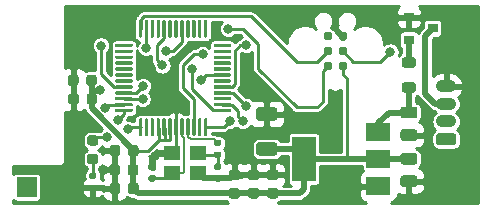
<source format=gbr>
%TF.GenerationSoftware,KiCad,Pcbnew,(5.1.9)-1*%
%TF.CreationDate,2022-06-19T12:13:52+03:00*%
%TF.ProjectId,jantteri-lora,6a616e74-7465-4726-992d-6c6f72612e6b,rev?*%
%TF.SameCoordinates,Original*%
%TF.FileFunction,Copper,L1,Top*%
%TF.FilePolarity,Positive*%
%FSLAX46Y46*%
G04 Gerber Fmt 4.6, Leading zero omitted, Abs format (unit mm)*
G04 Created by KiCad (PCBNEW (5.1.9)-1) date 2022-06-19 12:13:52*
%MOMM*%
%LPD*%
G01*
G04 APERTURE LIST*
%TA.AperFunction,ComponentPad*%
%ADD10R,1.700000X1.700000*%
%TD*%
%TA.AperFunction,ConnectorPad*%
%ADD11C,0.787400*%
%TD*%
%TA.AperFunction,ComponentPad*%
%ADD12O,1.730000X1.030000*%
%TD*%
%TA.AperFunction,SMDPad,CuDef*%
%ADD13R,0.900000X0.800000*%
%TD*%
%TA.AperFunction,SMDPad,CuDef*%
%ADD14R,2.000000X3.800000*%
%TD*%
%TA.AperFunction,SMDPad,CuDef*%
%ADD15R,2.000000X1.500000*%
%TD*%
%TA.AperFunction,SMDPad,CuDef*%
%ADD16R,1.400000X1.200000*%
%TD*%
%TA.AperFunction,ViaPad*%
%ADD17C,0.800000*%
%TD*%
%TA.AperFunction,Conductor*%
%ADD18C,0.500000*%
%TD*%
%TA.AperFunction,Conductor*%
%ADD19C,0.250000*%
%TD*%
%TA.AperFunction,Conductor*%
%ADD20C,0.200000*%
%TD*%
%TA.AperFunction,Conductor*%
%ADD21C,0.254000*%
%TD*%
%TA.AperFunction,Conductor*%
%ADD22C,0.100000*%
%TD*%
G04 APERTURE END LIST*
%TO.P,C1,1*%
%TO.N,/AMS1117-3.3/VIN*%
%TA.AperFunction,SMDPad,CuDef*%
G36*
G01*
X89339400Y-49009600D02*
X90289400Y-49009600D01*
G75*
G02*
X90539400Y-49259600I0J-250000D01*
G01*
X90539400Y-49759600D01*
G75*
G02*
X90289400Y-50009600I-250000J0D01*
G01*
X89339400Y-50009600D01*
G75*
G02*
X89089400Y-49759600I0J250000D01*
G01*
X89089400Y-49259600D01*
G75*
G02*
X89339400Y-49009600I250000J0D01*
G01*
G37*
%TD.AperFunction*%
%TO.P,C1,2*%
%TO.N,GND*%
%TA.AperFunction,SMDPad,CuDef*%
G36*
G01*
X89339400Y-50909600D02*
X90289400Y-50909600D01*
G75*
G02*
X90539400Y-51159600I0J-250000D01*
G01*
X90539400Y-51659600D01*
G75*
G02*
X90289400Y-51909600I-250000J0D01*
G01*
X89339400Y-51909600D01*
G75*
G02*
X89089400Y-51659600I0J250000D01*
G01*
X89089400Y-51159600D01*
G75*
G02*
X89339400Y-50909600I250000J0D01*
G01*
G37*
%TD.AperFunction*%
%TD*%
%TO.P,C2,2*%
%TO.N,GND*%
%TA.AperFunction,SMDPad,CuDef*%
G36*
G01*
X89339400Y-54821200D02*
X90289400Y-54821200D01*
G75*
G02*
X90539400Y-55071200I0J-250000D01*
G01*
X90539400Y-55571200D01*
G75*
G02*
X90289400Y-55821200I-250000J0D01*
G01*
X89339400Y-55821200D01*
G75*
G02*
X89089400Y-55571200I0J250000D01*
G01*
X89089400Y-55071200D01*
G75*
G02*
X89339400Y-54821200I250000J0D01*
G01*
G37*
%TD.AperFunction*%
%TO.P,C2,1*%
%TO.N,+3V3*%
%TA.AperFunction,SMDPad,CuDef*%
G36*
G01*
X89339400Y-52921200D02*
X90289400Y-52921200D01*
G75*
G02*
X90539400Y-53171200I0J-250000D01*
G01*
X90539400Y-53671200D01*
G75*
G02*
X90289400Y-53921200I-250000J0D01*
G01*
X89339400Y-53921200D01*
G75*
G02*
X89089400Y-53671200I0J250000D01*
G01*
X89089400Y-53171200D01*
G75*
G02*
X89339400Y-52921200I250000J0D01*
G01*
G37*
%TD.AperFunction*%
%TD*%
%TO.P,C3,1*%
%TO.N,+3V3*%
%TA.AperFunction,SMDPad,CuDef*%
G36*
G01*
X63391200Y-46536800D02*
X63391200Y-47036800D01*
G75*
G02*
X63166200Y-47261800I-225000J0D01*
G01*
X62716200Y-47261800D01*
G75*
G02*
X62491200Y-47036800I0J225000D01*
G01*
X62491200Y-46536800D01*
G75*
G02*
X62716200Y-46311800I225000J0D01*
G01*
X63166200Y-46311800D01*
G75*
G02*
X63391200Y-46536800I0J-225000D01*
G01*
G37*
%TD.AperFunction*%
%TO.P,C3,2*%
%TO.N,GND*%
%TA.AperFunction,SMDPad,CuDef*%
G36*
G01*
X61841200Y-46536800D02*
X61841200Y-47036800D01*
G75*
G02*
X61616200Y-47261800I-225000J0D01*
G01*
X61166200Y-47261800D01*
G75*
G02*
X60941200Y-47036800I0J225000D01*
G01*
X60941200Y-46536800D01*
G75*
G02*
X61166200Y-46311800I225000J0D01*
G01*
X61616200Y-46311800D01*
G75*
G02*
X61841200Y-46536800I0J-225000D01*
G01*
G37*
%TD.AperFunction*%
%TD*%
%TO.P,C4,2*%
%TO.N,GND*%
%TA.AperFunction,SMDPad,CuDef*%
G36*
G01*
X61867200Y-48111600D02*
X61867200Y-48611600D01*
G75*
G02*
X61642200Y-48836600I-225000J0D01*
G01*
X61192200Y-48836600D01*
G75*
G02*
X60967200Y-48611600I0J225000D01*
G01*
X60967200Y-48111600D01*
G75*
G02*
X61192200Y-47886600I225000J0D01*
G01*
X61642200Y-47886600D01*
G75*
G02*
X61867200Y-48111600I0J-225000D01*
G01*
G37*
%TD.AperFunction*%
%TO.P,C4,1*%
%TO.N,+3V3*%
%TA.AperFunction,SMDPad,CuDef*%
G36*
G01*
X63417200Y-48111600D02*
X63417200Y-48611600D01*
G75*
G02*
X63192200Y-48836600I-225000J0D01*
G01*
X62742200Y-48836600D01*
G75*
G02*
X62517200Y-48611600I0J225000D01*
G01*
X62517200Y-48111600D01*
G75*
G02*
X62742200Y-47886600I225000J0D01*
G01*
X63192200Y-47886600D01*
G75*
G02*
X63417200Y-48111600I0J-225000D01*
G01*
G37*
%TD.AperFunction*%
%TD*%
%TO.P,C9,1*%
%TO.N,+3V3*%
%TA.AperFunction,SMDPad,CuDef*%
G36*
G01*
X78424801Y-53156600D02*
X77124799Y-53156600D01*
G75*
G02*
X76874800Y-52906601I0J249999D01*
G01*
X76874800Y-52256599D01*
G75*
G02*
X77124799Y-52006600I249999J0D01*
G01*
X78424801Y-52006600D01*
G75*
G02*
X78674800Y-52256599I0J-249999D01*
G01*
X78674800Y-52906601D01*
G75*
G02*
X78424801Y-53156600I-249999J0D01*
G01*
G37*
%TD.AperFunction*%
%TO.P,C9,2*%
%TO.N,GND*%
%TA.AperFunction,SMDPad,CuDef*%
G36*
G01*
X78424801Y-50206600D02*
X77124799Y-50206600D01*
G75*
G02*
X76874800Y-49956601I0J249999D01*
G01*
X76874800Y-49306599D01*
G75*
G02*
X77124799Y-49056600I249999J0D01*
G01*
X78424801Y-49056600D01*
G75*
G02*
X78674800Y-49306599I0J-249999D01*
G01*
X78674800Y-49956601D01*
G75*
G02*
X78424801Y-50206600I-249999J0D01*
G01*
G37*
%TD.AperFunction*%
%TD*%
%TO.P,C10,1*%
%TO.N,+3V3*%
%TA.AperFunction,SMDPad,CuDef*%
G36*
G01*
X66896400Y-54106000D02*
X66896400Y-54606000D01*
G75*
G02*
X66671400Y-54831000I-225000J0D01*
G01*
X66221400Y-54831000D01*
G75*
G02*
X65996400Y-54606000I0J225000D01*
G01*
X65996400Y-54106000D01*
G75*
G02*
X66221400Y-53881000I225000J0D01*
G01*
X66671400Y-53881000D01*
G75*
G02*
X66896400Y-54106000I0J-225000D01*
G01*
G37*
%TD.AperFunction*%
%TO.P,C10,2*%
%TO.N,GND*%
%TA.AperFunction,SMDPad,CuDef*%
G36*
G01*
X65346400Y-54106000D02*
X65346400Y-54606000D01*
G75*
G02*
X65121400Y-54831000I-225000J0D01*
G01*
X64671400Y-54831000D01*
G75*
G02*
X64446400Y-54606000I0J225000D01*
G01*
X64446400Y-54106000D01*
G75*
G02*
X64671400Y-53881000I225000J0D01*
G01*
X65121400Y-53881000D01*
G75*
G02*
X65346400Y-54106000I0J-225000D01*
G01*
G37*
%TD.AperFunction*%
%TD*%
%TO.P,C11,1*%
%TO.N,+3V3*%
%TA.AperFunction,SMDPad,CuDef*%
G36*
G01*
X75281600Y-56800200D02*
X74781600Y-56800200D01*
G75*
G02*
X74556600Y-56575200I0J225000D01*
G01*
X74556600Y-56125200D01*
G75*
G02*
X74781600Y-55900200I225000J0D01*
G01*
X75281600Y-55900200D01*
G75*
G02*
X75506600Y-56125200I0J-225000D01*
G01*
X75506600Y-56575200D01*
G75*
G02*
X75281600Y-56800200I-225000J0D01*
G01*
G37*
%TD.AperFunction*%
%TO.P,C11,2*%
%TO.N,GND*%
%TA.AperFunction,SMDPad,CuDef*%
G36*
G01*
X75281600Y-55250200D02*
X74781600Y-55250200D01*
G75*
G02*
X74556600Y-55025200I0J225000D01*
G01*
X74556600Y-54575200D01*
G75*
G02*
X74781600Y-54350200I225000J0D01*
G01*
X75281600Y-54350200D01*
G75*
G02*
X75506600Y-54575200I0J-225000D01*
G01*
X75506600Y-55025200D01*
G75*
G02*
X75281600Y-55250200I-225000J0D01*
G01*
G37*
%TD.AperFunction*%
%TD*%
%TO.P,C12,2*%
%TO.N,GND*%
%TA.AperFunction,SMDPad,CuDef*%
G36*
G01*
X76907200Y-55237200D02*
X76407200Y-55237200D01*
G75*
G02*
X76182200Y-55012200I0J225000D01*
G01*
X76182200Y-54562200D01*
G75*
G02*
X76407200Y-54337200I225000J0D01*
G01*
X76907200Y-54337200D01*
G75*
G02*
X77132200Y-54562200I0J-225000D01*
G01*
X77132200Y-55012200D01*
G75*
G02*
X76907200Y-55237200I-225000J0D01*
G01*
G37*
%TD.AperFunction*%
%TO.P,C12,1*%
%TO.N,+3V3*%
%TA.AperFunction,SMDPad,CuDef*%
G36*
G01*
X76907200Y-56787200D02*
X76407200Y-56787200D01*
G75*
G02*
X76182200Y-56562200I0J225000D01*
G01*
X76182200Y-56112200D01*
G75*
G02*
X76407200Y-55887200I225000J0D01*
G01*
X76907200Y-55887200D01*
G75*
G02*
X77132200Y-56112200I0J-225000D01*
G01*
X77132200Y-56562200D01*
G75*
G02*
X76907200Y-56787200I-225000J0D01*
G01*
G37*
%TD.AperFunction*%
%TD*%
%TO.P,C13,2*%
%TO.N,GND*%
%TA.AperFunction,SMDPad,CuDef*%
G36*
G01*
X78532800Y-55237200D02*
X78032800Y-55237200D01*
G75*
G02*
X77807800Y-55012200I0J225000D01*
G01*
X77807800Y-54562200D01*
G75*
G02*
X78032800Y-54337200I225000J0D01*
G01*
X78532800Y-54337200D01*
G75*
G02*
X78757800Y-54562200I0J-225000D01*
G01*
X78757800Y-55012200D01*
G75*
G02*
X78532800Y-55237200I-225000J0D01*
G01*
G37*
%TD.AperFunction*%
%TO.P,C13,1*%
%TO.N,+3V3*%
%TA.AperFunction,SMDPad,CuDef*%
G36*
G01*
X78532800Y-56787200D02*
X78032800Y-56787200D01*
G75*
G02*
X77807800Y-56562200I0J225000D01*
G01*
X77807800Y-56112200D01*
G75*
G02*
X78032800Y-55887200I225000J0D01*
G01*
X78532800Y-55887200D01*
G75*
G02*
X78757800Y-56112200I0J-225000D01*
G01*
X78757800Y-56562200D01*
G75*
G02*
X78532800Y-56787200I-225000J0D01*
G01*
G37*
%TD.AperFunction*%
%TD*%
%TO.P,C14,1*%
%TO.N,+3V3*%
%TA.AperFunction,SMDPad,CuDef*%
G36*
G01*
X66922400Y-52480400D02*
X66922400Y-52980400D01*
G75*
G02*
X66697400Y-53205400I-225000J0D01*
G01*
X66247400Y-53205400D01*
G75*
G02*
X66022400Y-52980400I0J225000D01*
G01*
X66022400Y-52480400D01*
G75*
G02*
X66247400Y-52255400I225000J0D01*
G01*
X66697400Y-52255400D01*
G75*
G02*
X66922400Y-52480400I0J-225000D01*
G01*
G37*
%TD.AperFunction*%
%TO.P,C14,2*%
%TO.N,GND*%
%TA.AperFunction,SMDPad,CuDef*%
G36*
G01*
X65372400Y-52480400D02*
X65372400Y-52980400D01*
G75*
G02*
X65147400Y-53205400I-225000J0D01*
G01*
X64697400Y-53205400D01*
G75*
G02*
X64472400Y-52980400I0J225000D01*
G01*
X64472400Y-52480400D01*
G75*
G02*
X64697400Y-52255400I225000J0D01*
G01*
X65147400Y-52255400D01*
G75*
G02*
X65372400Y-52480400I0J-225000D01*
G01*
G37*
%TD.AperFunction*%
%TD*%
%TO.P,C15,2*%
%TO.N,GND*%
%TA.AperFunction,SMDPad,CuDef*%
G36*
G01*
X65372400Y-55680800D02*
X65372400Y-56180800D01*
G75*
G02*
X65147400Y-56405800I-225000J0D01*
G01*
X64697400Y-56405800D01*
G75*
G02*
X64472400Y-56180800I0J225000D01*
G01*
X64472400Y-55680800D01*
G75*
G02*
X64697400Y-55455800I225000J0D01*
G01*
X65147400Y-55455800D01*
G75*
G02*
X65372400Y-55680800I0J-225000D01*
G01*
G37*
%TD.AperFunction*%
%TO.P,C15,1*%
%TO.N,+3V3*%
%TA.AperFunction,SMDPad,CuDef*%
G36*
G01*
X66922400Y-55680800D02*
X66922400Y-56180800D01*
G75*
G02*
X66697400Y-56405800I-225000J0D01*
G01*
X66247400Y-56405800D01*
G75*
G02*
X66022400Y-56180800I0J225000D01*
G01*
X66022400Y-55680800D01*
G75*
G02*
X66247400Y-55455800I225000J0D01*
G01*
X66697400Y-55455800D01*
G75*
G02*
X66922400Y-55680800I0J-225000D01*
G01*
G37*
%TD.AperFunction*%
%TD*%
%TO.P,C16,1*%
%TO.N,/STM32G030C8T6/HSE_IN*%
%TA.AperFunction,SMDPad,CuDef*%
G36*
G01*
X68242000Y-55347200D02*
X67902000Y-55347200D01*
G75*
G02*
X67762000Y-55207200I0J140000D01*
G01*
X67762000Y-54927200D01*
G75*
G02*
X67902000Y-54787200I140000J0D01*
G01*
X68242000Y-54787200D01*
G75*
G02*
X68382000Y-54927200I0J-140000D01*
G01*
X68382000Y-55207200D01*
G75*
G02*
X68242000Y-55347200I-140000J0D01*
G01*
G37*
%TD.AperFunction*%
%TO.P,C16,2*%
%TO.N,GND*%
%TA.AperFunction,SMDPad,CuDef*%
G36*
G01*
X68242000Y-54387200D02*
X67902000Y-54387200D01*
G75*
G02*
X67762000Y-54247200I0J140000D01*
G01*
X67762000Y-53967200D01*
G75*
G02*
X67902000Y-53827200I140000J0D01*
G01*
X68242000Y-53827200D01*
G75*
G02*
X68382000Y-53967200I0J-140000D01*
G01*
X68382000Y-54247200D01*
G75*
G02*
X68242000Y-54387200I-140000J0D01*
G01*
G37*
%TD.AperFunction*%
%TD*%
%TO.P,C17,2*%
%TO.N,GND*%
%TA.AperFunction,SMDPad,CuDef*%
G36*
G01*
X73439200Y-54782000D02*
X73779200Y-54782000D01*
G75*
G02*
X73919200Y-54922000I0J-140000D01*
G01*
X73919200Y-55202000D01*
G75*
G02*
X73779200Y-55342000I-140000J0D01*
G01*
X73439200Y-55342000D01*
G75*
G02*
X73299200Y-55202000I0J140000D01*
G01*
X73299200Y-54922000D01*
G75*
G02*
X73439200Y-54782000I140000J0D01*
G01*
G37*
%TD.AperFunction*%
%TO.P,C17,1*%
%TO.N,Net-(C17-Pad1)*%
%TA.AperFunction,SMDPad,CuDef*%
G36*
G01*
X73439200Y-53822000D02*
X73779200Y-53822000D01*
G75*
G02*
X73919200Y-53962000I0J-140000D01*
G01*
X73919200Y-54242000D01*
G75*
G02*
X73779200Y-54382000I-140000J0D01*
G01*
X73439200Y-54382000D01*
G75*
G02*
X73299200Y-54242000I0J140000D01*
G01*
X73299200Y-53962000D01*
G75*
G02*
X73439200Y-53822000I140000J0D01*
G01*
G37*
%TD.AperFunction*%
%TD*%
%TO.P,D1,1*%
%TO.N,Net-(D1-Pad1)*%
%TA.AperFunction,SMDPad,CuDef*%
G36*
G01*
X63299050Y-53879300D02*
X62786550Y-53879300D01*
G75*
G02*
X62567800Y-53660550I0J218750D01*
G01*
X62567800Y-53223050D01*
G75*
G02*
X62786550Y-53004300I218750J0D01*
G01*
X63299050Y-53004300D01*
G75*
G02*
X63517800Y-53223050I0J-218750D01*
G01*
X63517800Y-53660550D01*
G75*
G02*
X63299050Y-53879300I-218750J0D01*
G01*
G37*
%TD.AperFunction*%
%TO.P,D1,2*%
%TO.N,Net-(D1-Pad2)*%
%TA.AperFunction,SMDPad,CuDef*%
G36*
G01*
X63299050Y-52304300D02*
X62786550Y-52304300D01*
G75*
G02*
X62567800Y-52085550I0J218750D01*
G01*
X62567800Y-51648050D01*
G75*
G02*
X62786550Y-51429300I218750J0D01*
G01*
X63299050Y-51429300D01*
G75*
G02*
X63517800Y-51648050I0J-218750D01*
G01*
X63517800Y-52085550D01*
G75*
G02*
X63299050Y-52304300I-218750J0D01*
G01*
G37*
%TD.AperFunction*%
%TD*%
%TO.P,FB1,1*%
%TO.N,/AMS1117-3.3/VIN*%
%TA.AperFunction,SMDPad,CuDef*%
G36*
G01*
X90195650Y-47829600D02*
X89433150Y-47829600D01*
G75*
G02*
X89214400Y-47610850I0J218750D01*
G01*
X89214400Y-47173350D01*
G75*
G02*
X89433150Y-46954600I218750J0D01*
G01*
X90195650Y-46954600D01*
G75*
G02*
X90414400Y-47173350I0J-218750D01*
G01*
X90414400Y-47610850D01*
G75*
G02*
X90195650Y-47829600I-218750J0D01*
G01*
G37*
%TD.AperFunction*%
%TO.P,FB1,2*%
%TO.N,Net-(FB1-Pad2)*%
%TA.AperFunction,SMDPad,CuDef*%
G36*
G01*
X90195650Y-45704600D02*
X89433150Y-45704600D01*
G75*
G02*
X89214400Y-45485850I0J218750D01*
G01*
X89214400Y-45048350D01*
G75*
G02*
X89433150Y-44829600I218750J0D01*
G01*
X90195650Y-44829600D01*
G75*
G02*
X90414400Y-45048350I0J-218750D01*
G01*
X90414400Y-45485850D01*
G75*
G02*
X90195650Y-45704600I-218750J0D01*
G01*
G37*
%TD.AperFunction*%
%TD*%
D10*
%TO.P,J1,1*%
%TO.N,Net-(J1-Pad1)*%
X57454800Y-55829200D03*
%TD*%
D11*
%TO.P,J2,1*%
%TO.N,+3V3*%
X84201000Y-45593000D03*
%TO.P,J2,2*%
%TO.N,/STM32G030C8T6/SWDIO*%
X82931000Y-45593000D03*
%TO.P,J2,3*%
%TO.N,/STM32G030C8T6/NRST*%
X84201000Y-44323000D03*
%TO.P,J2,4*%
%TO.N,/STM32G030C8T6/SWCLK*%
X82931000Y-44323000D03*
%TO.P,J2,5*%
%TO.N,GND*%
X84201000Y-43053000D03*
%TO.P,J2,6*%
%TO.N,/TC2030/SWO*%
X82931000Y-43053000D03*
%TD*%
%TO.P,J3,1*%
%TO.N,DBG_TX*%
%TA.AperFunction,ComponentPad*%
G36*
G01*
X93579002Y-52280200D02*
X92348998Y-52280200D01*
G75*
G02*
X92099000Y-52030202I0J249998D01*
G01*
X92099000Y-51500198D01*
G75*
G02*
X92348998Y-51250200I249998J0D01*
G01*
X93579002Y-51250200D01*
G75*
G02*
X93829000Y-51500198I0J-249998D01*
G01*
X93829000Y-52030202D01*
G75*
G02*
X93579002Y-52280200I-249998J0D01*
G01*
G37*
%TD.AperFunction*%
D12*
%TO.P,J3,2*%
%TO.N,DBG_RX*%
X92964000Y-50265200D03*
%TO.P,J3,3*%
%TO.N,USB-5V*%
X92964000Y-48765200D03*
%TO.P,J3,4*%
%TO.N,GND*%
X92964000Y-47265200D03*
%TD*%
D13*
%TO.P,Q1,1*%
%TO.N,GND*%
X89814400Y-41432400D03*
%TO.P,Q1,2*%
%TO.N,Net-(FB1-Pad2)*%
X89814400Y-43332400D03*
%TO.P,Q1,3*%
%TO.N,USB-5V*%
X91814400Y-42382400D03*
%TD*%
%TO.P,R1,1*%
%TO.N,GND*%
%TA.AperFunction,SMDPad,CuDef*%
G36*
G01*
X63227800Y-56154000D02*
X62857800Y-56154000D01*
G75*
G02*
X62722800Y-56019000I0J135000D01*
G01*
X62722800Y-55749000D01*
G75*
G02*
X62857800Y-55614000I135000J0D01*
G01*
X63227800Y-55614000D01*
G75*
G02*
X63362800Y-55749000I0J-135000D01*
G01*
X63362800Y-56019000D01*
G75*
G02*
X63227800Y-56154000I-135000J0D01*
G01*
G37*
%TD.AperFunction*%
%TO.P,R1,2*%
%TO.N,Net-(D1-Pad1)*%
%TA.AperFunction,SMDPad,CuDef*%
G36*
G01*
X63227800Y-55134000D02*
X62857800Y-55134000D01*
G75*
G02*
X62722800Y-54999000I0J135000D01*
G01*
X62722800Y-54729000D01*
G75*
G02*
X62857800Y-54594000I135000J0D01*
G01*
X63227800Y-54594000D01*
G75*
G02*
X63362800Y-54729000I0J-135000D01*
G01*
X63362800Y-54999000D01*
G75*
G02*
X63227800Y-55134000I-135000J0D01*
G01*
G37*
%TD.AperFunction*%
%TD*%
%TO.P,R2,2*%
%TO.N,Net-(C17-Pad1)*%
%TA.AperFunction,SMDPad,CuDef*%
G36*
G01*
X73424200Y-52816000D02*
X73794200Y-52816000D01*
G75*
G02*
X73929200Y-52951000I0J-135000D01*
G01*
X73929200Y-53221000D01*
G75*
G02*
X73794200Y-53356000I-135000J0D01*
G01*
X73424200Y-53356000D01*
G75*
G02*
X73289200Y-53221000I0J135000D01*
G01*
X73289200Y-52951000D01*
G75*
G02*
X73424200Y-52816000I135000J0D01*
G01*
G37*
%TD.AperFunction*%
%TO.P,R2,1*%
%TO.N,/STM32G030C8T6/HSE_OUT*%
%TA.AperFunction,SMDPad,CuDef*%
G36*
G01*
X73424200Y-51796000D02*
X73794200Y-51796000D01*
G75*
G02*
X73929200Y-51931000I0J-135000D01*
G01*
X73929200Y-52201000D01*
G75*
G02*
X73794200Y-52336000I-135000J0D01*
G01*
X73424200Y-52336000D01*
G75*
G02*
X73289200Y-52201000I0J135000D01*
G01*
X73289200Y-51931000D01*
G75*
G02*
X73424200Y-51796000I135000J0D01*
G01*
G37*
%TD.AperFunction*%
%TD*%
D14*
%TO.P,U2,2*%
%TO.N,+3V3*%
X80923600Y-53441600D03*
D15*
X87223600Y-53441600D03*
%TO.P,U2,3*%
%TO.N,/AMS1117-3.3/VIN*%
X87223600Y-51141600D03*
%TO.P,U2,1*%
%TO.N,GND*%
X87223600Y-55741600D03*
%TD*%
%TO.P,U6,1*%
%TO.N,Net-(D1-Pad2)*%
%TA.AperFunction,SMDPad,CuDef*%
G36*
G01*
X67171000Y-51480500D02*
X67021000Y-51480500D01*
G75*
G02*
X66946000Y-51405500I0J75000D01*
G01*
X66946000Y-50080500D01*
G75*
G02*
X67021000Y-50005500I75000J0D01*
G01*
X67171000Y-50005500D01*
G75*
G02*
X67246000Y-50080500I0J-75000D01*
G01*
X67246000Y-51405500D01*
G75*
G02*
X67171000Y-51480500I-75000J0D01*
G01*
G37*
%TD.AperFunction*%
%TO.P,U6,2*%
%TO.N,Net-(U6-Pad2)*%
%TA.AperFunction,SMDPad,CuDef*%
G36*
G01*
X67671000Y-51480500D02*
X67521000Y-51480500D01*
G75*
G02*
X67446000Y-51405500I0J75000D01*
G01*
X67446000Y-50080500D01*
G75*
G02*
X67521000Y-50005500I75000J0D01*
G01*
X67671000Y-50005500D01*
G75*
G02*
X67746000Y-50080500I0J-75000D01*
G01*
X67746000Y-51405500D01*
G75*
G02*
X67671000Y-51480500I-75000J0D01*
G01*
G37*
%TD.AperFunction*%
%TO.P,U6,3*%
%TO.N,Net-(U6-Pad3)*%
%TA.AperFunction,SMDPad,CuDef*%
G36*
G01*
X68171000Y-51480500D02*
X68021000Y-51480500D01*
G75*
G02*
X67946000Y-51405500I0J75000D01*
G01*
X67946000Y-50080500D01*
G75*
G02*
X68021000Y-50005500I75000J0D01*
G01*
X68171000Y-50005500D01*
G75*
G02*
X68246000Y-50080500I0J-75000D01*
G01*
X68246000Y-51405500D01*
G75*
G02*
X68171000Y-51480500I-75000J0D01*
G01*
G37*
%TD.AperFunction*%
%TO.P,U6,4*%
%TO.N,+3V3*%
%TA.AperFunction,SMDPad,CuDef*%
G36*
G01*
X68671000Y-51480500D02*
X68521000Y-51480500D01*
G75*
G02*
X68446000Y-51405500I0J75000D01*
G01*
X68446000Y-50080500D01*
G75*
G02*
X68521000Y-50005500I75000J0D01*
G01*
X68671000Y-50005500D01*
G75*
G02*
X68746000Y-50080500I0J-75000D01*
G01*
X68746000Y-51405500D01*
G75*
G02*
X68671000Y-51480500I-75000J0D01*
G01*
G37*
%TD.AperFunction*%
%TO.P,U6,5*%
%TA.AperFunction,SMDPad,CuDef*%
G36*
G01*
X69171000Y-51480500D02*
X69021000Y-51480500D01*
G75*
G02*
X68946000Y-51405500I0J75000D01*
G01*
X68946000Y-50080500D01*
G75*
G02*
X69021000Y-50005500I75000J0D01*
G01*
X69171000Y-50005500D01*
G75*
G02*
X69246000Y-50080500I0J-75000D01*
G01*
X69246000Y-51405500D01*
G75*
G02*
X69171000Y-51480500I-75000J0D01*
G01*
G37*
%TD.AperFunction*%
%TO.P,U6,6*%
%TA.AperFunction,SMDPad,CuDef*%
G36*
G01*
X69671000Y-51480500D02*
X69521000Y-51480500D01*
G75*
G02*
X69446000Y-51405500I0J75000D01*
G01*
X69446000Y-50080500D01*
G75*
G02*
X69521000Y-50005500I75000J0D01*
G01*
X69671000Y-50005500D01*
G75*
G02*
X69746000Y-50080500I0J-75000D01*
G01*
X69746000Y-51405500D01*
G75*
G02*
X69671000Y-51480500I-75000J0D01*
G01*
G37*
%TD.AperFunction*%
%TO.P,U6,7*%
%TO.N,GND*%
%TA.AperFunction,SMDPad,CuDef*%
G36*
G01*
X70171000Y-51480500D02*
X70021000Y-51480500D01*
G75*
G02*
X69946000Y-51405500I0J75000D01*
G01*
X69946000Y-50080500D01*
G75*
G02*
X70021000Y-50005500I75000J0D01*
G01*
X70171000Y-50005500D01*
G75*
G02*
X70246000Y-50080500I0J-75000D01*
G01*
X70246000Y-51405500D01*
G75*
G02*
X70171000Y-51480500I-75000J0D01*
G01*
G37*
%TD.AperFunction*%
%TO.P,U6,8*%
%TO.N,/STM32G030C8T6/HSE_IN*%
%TA.AperFunction,SMDPad,CuDef*%
G36*
G01*
X70671000Y-51480500D02*
X70521000Y-51480500D01*
G75*
G02*
X70446000Y-51405500I0J75000D01*
G01*
X70446000Y-50080500D01*
G75*
G02*
X70521000Y-50005500I75000J0D01*
G01*
X70671000Y-50005500D01*
G75*
G02*
X70746000Y-50080500I0J-75000D01*
G01*
X70746000Y-51405500D01*
G75*
G02*
X70671000Y-51480500I-75000J0D01*
G01*
G37*
%TD.AperFunction*%
%TO.P,U6,9*%
%TO.N,/STM32G030C8T6/HSE_OUT*%
%TA.AperFunction,SMDPad,CuDef*%
G36*
G01*
X71171000Y-51480500D02*
X71021000Y-51480500D01*
G75*
G02*
X70946000Y-51405500I0J75000D01*
G01*
X70946000Y-50080500D01*
G75*
G02*
X71021000Y-50005500I75000J0D01*
G01*
X71171000Y-50005500D01*
G75*
G02*
X71246000Y-50080500I0J-75000D01*
G01*
X71246000Y-51405500D01*
G75*
G02*
X71171000Y-51480500I-75000J0D01*
G01*
G37*
%TD.AperFunction*%
%TO.P,U6,10*%
%TO.N,/STM32G030C8T6/NRST*%
%TA.AperFunction,SMDPad,CuDef*%
G36*
G01*
X71671000Y-51480500D02*
X71521000Y-51480500D01*
G75*
G02*
X71446000Y-51405500I0J75000D01*
G01*
X71446000Y-50080500D01*
G75*
G02*
X71521000Y-50005500I75000J0D01*
G01*
X71671000Y-50005500D01*
G75*
G02*
X71746000Y-50080500I0J-75000D01*
G01*
X71746000Y-51405500D01*
G75*
G02*
X71671000Y-51480500I-75000J0D01*
G01*
G37*
%TD.AperFunction*%
%TO.P,U6,11*%
%TO.N,/STM32G030C8T6/PA0*%
%TA.AperFunction,SMDPad,CuDef*%
G36*
G01*
X72171000Y-51480500D02*
X72021000Y-51480500D01*
G75*
G02*
X71946000Y-51405500I0J75000D01*
G01*
X71946000Y-50080500D01*
G75*
G02*
X72021000Y-50005500I75000J0D01*
G01*
X72171000Y-50005500D01*
G75*
G02*
X72246000Y-50080500I0J-75000D01*
G01*
X72246000Y-51405500D01*
G75*
G02*
X72171000Y-51480500I-75000J0D01*
G01*
G37*
%TD.AperFunction*%
%TO.P,U6,12*%
%TO.N,SPI1_SCK*%
%TA.AperFunction,SMDPad,CuDef*%
G36*
G01*
X72671000Y-51480500D02*
X72521000Y-51480500D01*
G75*
G02*
X72446000Y-51405500I0J75000D01*
G01*
X72446000Y-50080500D01*
G75*
G02*
X72521000Y-50005500I75000J0D01*
G01*
X72671000Y-50005500D01*
G75*
G02*
X72746000Y-50080500I0J-75000D01*
G01*
X72746000Y-51405500D01*
G75*
G02*
X72671000Y-51480500I-75000J0D01*
G01*
G37*
%TD.AperFunction*%
%TO.P,U6,13*%
%TO.N,SPI1_MOSI*%
%TA.AperFunction,SMDPad,CuDef*%
G36*
G01*
X74671000Y-49480500D02*
X73346000Y-49480500D01*
G75*
G02*
X73271000Y-49405500I0J75000D01*
G01*
X73271000Y-49255500D01*
G75*
G02*
X73346000Y-49180500I75000J0D01*
G01*
X74671000Y-49180500D01*
G75*
G02*
X74746000Y-49255500I0J-75000D01*
G01*
X74746000Y-49405500D01*
G75*
G02*
X74671000Y-49480500I-75000J0D01*
G01*
G37*
%TD.AperFunction*%
%TO.P,U6,14*%
%TO.N,RFM_RST*%
%TA.AperFunction,SMDPad,CuDef*%
G36*
G01*
X74671000Y-48980500D02*
X73346000Y-48980500D01*
G75*
G02*
X73271000Y-48905500I0J75000D01*
G01*
X73271000Y-48755500D01*
G75*
G02*
X73346000Y-48680500I75000J0D01*
G01*
X74671000Y-48680500D01*
G75*
G02*
X74746000Y-48755500I0J-75000D01*
G01*
X74746000Y-48905500D01*
G75*
G02*
X74671000Y-48980500I-75000J0D01*
G01*
G37*
%TD.AperFunction*%
%TO.P,U6,15*%
%TO.N,/STM32G030C8T6/PA4*%
%TA.AperFunction,SMDPad,CuDef*%
G36*
G01*
X74671000Y-48480500D02*
X73346000Y-48480500D01*
G75*
G02*
X73271000Y-48405500I0J75000D01*
G01*
X73271000Y-48255500D01*
G75*
G02*
X73346000Y-48180500I75000J0D01*
G01*
X74671000Y-48180500D01*
G75*
G02*
X74746000Y-48255500I0J-75000D01*
G01*
X74746000Y-48405500D01*
G75*
G02*
X74671000Y-48480500I-75000J0D01*
G01*
G37*
%TD.AperFunction*%
%TO.P,U6,16*%
%TO.N,RFM_NSS*%
%TA.AperFunction,SMDPad,CuDef*%
G36*
G01*
X74671000Y-47980500D02*
X73346000Y-47980500D01*
G75*
G02*
X73271000Y-47905500I0J75000D01*
G01*
X73271000Y-47755500D01*
G75*
G02*
X73346000Y-47680500I75000J0D01*
G01*
X74671000Y-47680500D01*
G75*
G02*
X74746000Y-47755500I0J-75000D01*
G01*
X74746000Y-47905500D01*
G75*
G02*
X74671000Y-47980500I-75000J0D01*
G01*
G37*
%TD.AperFunction*%
%TO.P,U6,17*%
%TO.N,SPI1_MISO*%
%TA.AperFunction,SMDPad,CuDef*%
G36*
G01*
X74671000Y-47480500D02*
X73346000Y-47480500D01*
G75*
G02*
X73271000Y-47405500I0J75000D01*
G01*
X73271000Y-47255500D01*
G75*
G02*
X73346000Y-47180500I75000J0D01*
G01*
X74671000Y-47180500D01*
G75*
G02*
X74746000Y-47255500I0J-75000D01*
G01*
X74746000Y-47405500D01*
G75*
G02*
X74671000Y-47480500I-75000J0D01*
G01*
G37*
%TD.AperFunction*%
%TO.P,U6,18*%
%TO.N,/STM32G030C8T6/PA7*%
%TA.AperFunction,SMDPad,CuDef*%
G36*
G01*
X74671000Y-46980500D02*
X73346000Y-46980500D01*
G75*
G02*
X73271000Y-46905500I0J75000D01*
G01*
X73271000Y-46755500D01*
G75*
G02*
X73346000Y-46680500I75000J0D01*
G01*
X74671000Y-46680500D01*
G75*
G02*
X74746000Y-46755500I0J-75000D01*
G01*
X74746000Y-46905500D01*
G75*
G02*
X74671000Y-46980500I-75000J0D01*
G01*
G37*
%TD.AperFunction*%
%TO.P,U6,19*%
%TO.N,RFM_DIO5*%
%TA.AperFunction,SMDPad,CuDef*%
G36*
G01*
X74671000Y-46480500D02*
X73346000Y-46480500D01*
G75*
G02*
X73271000Y-46405500I0J75000D01*
G01*
X73271000Y-46255500D01*
G75*
G02*
X73346000Y-46180500I75000J0D01*
G01*
X74671000Y-46180500D01*
G75*
G02*
X74746000Y-46255500I0J-75000D01*
G01*
X74746000Y-46405500D01*
G75*
G02*
X74671000Y-46480500I-75000J0D01*
G01*
G37*
%TD.AperFunction*%
%TO.P,U6,20*%
%TO.N,/STM32G030C8T6/PB1*%
%TA.AperFunction,SMDPad,CuDef*%
G36*
G01*
X74671000Y-45980500D02*
X73346000Y-45980500D01*
G75*
G02*
X73271000Y-45905500I0J75000D01*
G01*
X73271000Y-45755500D01*
G75*
G02*
X73346000Y-45680500I75000J0D01*
G01*
X74671000Y-45680500D01*
G75*
G02*
X74746000Y-45755500I0J-75000D01*
G01*
X74746000Y-45905500D01*
G75*
G02*
X74671000Y-45980500I-75000J0D01*
G01*
G37*
%TD.AperFunction*%
%TO.P,U6,21*%
%TO.N,/STM32G030C8T6/PB2*%
%TA.AperFunction,SMDPad,CuDef*%
G36*
G01*
X74671000Y-45480500D02*
X73346000Y-45480500D01*
G75*
G02*
X73271000Y-45405500I0J75000D01*
G01*
X73271000Y-45255500D01*
G75*
G02*
X73346000Y-45180500I75000J0D01*
G01*
X74671000Y-45180500D01*
G75*
G02*
X74746000Y-45255500I0J-75000D01*
G01*
X74746000Y-45405500D01*
G75*
G02*
X74671000Y-45480500I-75000J0D01*
G01*
G37*
%TD.AperFunction*%
%TO.P,U6,22*%
%TO.N,/STM32G030C8T6/PB10*%
%TA.AperFunction,SMDPad,CuDef*%
G36*
G01*
X74671000Y-44980500D02*
X73346000Y-44980500D01*
G75*
G02*
X73271000Y-44905500I0J75000D01*
G01*
X73271000Y-44755500D01*
G75*
G02*
X73346000Y-44680500I75000J0D01*
G01*
X74671000Y-44680500D01*
G75*
G02*
X74746000Y-44755500I0J-75000D01*
G01*
X74746000Y-44905500D01*
G75*
G02*
X74671000Y-44980500I-75000J0D01*
G01*
G37*
%TD.AperFunction*%
%TO.P,U6,23*%
%TO.N,/STM32G030C8T6/PB11*%
%TA.AperFunction,SMDPad,CuDef*%
G36*
G01*
X74671000Y-44480500D02*
X73346000Y-44480500D01*
G75*
G02*
X73271000Y-44405500I0J75000D01*
G01*
X73271000Y-44255500D01*
G75*
G02*
X73346000Y-44180500I75000J0D01*
G01*
X74671000Y-44180500D01*
G75*
G02*
X74746000Y-44255500I0J-75000D01*
G01*
X74746000Y-44405500D01*
G75*
G02*
X74671000Y-44480500I-75000J0D01*
G01*
G37*
%TD.AperFunction*%
%TO.P,U6,24*%
%TO.N,/STM32G030C8T6/PB12*%
%TA.AperFunction,SMDPad,CuDef*%
G36*
G01*
X74671000Y-43980500D02*
X73346000Y-43980500D01*
G75*
G02*
X73271000Y-43905500I0J75000D01*
G01*
X73271000Y-43755500D01*
G75*
G02*
X73346000Y-43680500I75000J0D01*
G01*
X74671000Y-43680500D01*
G75*
G02*
X74746000Y-43755500I0J-75000D01*
G01*
X74746000Y-43905500D01*
G75*
G02*
X74671000Y-43980500I-75000J0D01*
G01*
G37*
%TD.AperFunction*%
%TO.P,U6,25*%
%TO.N,/STM32G030C8T6/PB13*%
%TA.AperFunction,SMDPad,CuDef*%
G36*
G01*
X72671000Y-43155500D02*
X72521000Y-43155500D01*
G75*
G02*
X72446000Y-43080500I0J75000D01*
G01*
X72446000Y-41755500D01*
G75*
G02*
X72521000Y-41680500I75000J0D01*
G01*
X72671000Y-41680500D01*
G75*
G02*
X72746000Y-41755500I0J-75000D01*
G01*
X72746000Y-43080500D01*
G75*
G02*
X72671000Y-43155500I-75000J0D01*
G01*
G37*
%TD.AperFunction*%
%TO.P,U6,26*%
%TO.N,/STM32G030C8T6/PB14*%
%TA.AperFunction,SMDPad,CuDef*%
G36*
G01*
X72171000Y-43155500D02*
X72021000Y-43155500D01*
G75*
G02*
X71946000Y-43080500I0J75000D01*
G01*
X71946000Y-41755500D01*
G75*
G02*
X72021000Y-41680500I75000J0D01*
G01*
X72171000Y-41680500D01*
G75*
G02*
X72246000Y-41755500I0J-75000D01*
G01*
X72246000Y-43080500D01*
G75*
G02*
X72171000Y-43155500I-75000J0D01*
G01*
G37*
%TD.AperFunction*%
%TO.P,U6,27*%
%TO.N,/STM32G030C8T6/PB15*%
%TA.AperFunction,SMDPad,CuDef*%
G36*
G01*
X71671000Y-43155500D02*
X71521000Y-43155500D01*
G75*
G02*
X71446000Y-43080500I0J75000D01*
G01*
X71446000Y-41755500D01*
G75*
G02*
X71521000Y-41680500I75000J0D01*
G01*
X71671000Y-41680500D01*
G75*
G02*
X71746000Y-41755500I0J-75000D01*
G01*
X71746000Y-43080500D01*
G75*
G02*
X71671000Y-43155500I-75000J0D01*
G01*
G37*
%TD.AperFunction*%
%TO.P,U6,28*%
%TO.N,/STM32G030C8T6/PA8*%
%TA.AperFunction,SMDPad,CuDef*%
G36*
G01*
X71171000Y-43155500D02*
X71021000Y-43155500D01*
G75*
G02*
X70946000Y-43080500I0J75000D01*
G01*
X70946000Y-41755500D01*
G75*
G02*
X71021000Y-41680500I75000J0D01*
G01*
X71171000Y-41680500D01*
G75*
G02*
X71246000Y-41755500I0J-75000D01*
G01*
X71246000Y-43080500D01*
G75*
G02*
X71171000Y-43155500I-75000J0D01*
G01*
G37*
%TD.AperFunction*%
%TO.P,U6,29*%
%TO.N,DBG_TX*%
%TA.AperFunction,SMDPad,CuDef*%
G36*
G01*
X70671000Y-43155500D02*
X70521000Y-43155500D01*
G75*
G02*
X70446000Y-43080500I0J75000D01*
G01*
X70446000Y-41755500D01*
G75*
G02*
X70521000Y-41680500I75000J0D01*
G01*
X70671000Y-41680500D01*
G75*
G02*
X70746000Y-41755500I0J-75000D01*
G01*
X70746000Y-43080500D01*
G75*
G02*
X70671000Y-43155500I-75000J0D01*
G01*
G37*
%TD.AperFunction*%
%TO.P,U6,30*%
%TO.N,/STM32G030C8T6/PC6*%
%TA.AperFunction,SMDPad,CuDef*%
G36*
G01*
X70171000Y-43155500D02*
X70021000Y-43155500D01*
G75*
G02*
X69946000Y-43080500I0J75000D01*
G01*
X69946000Y-41755500D01*
G75*
G02*
X70021000Y-41680500I75000J0D01*
G01*
X70171000Y-41680500D01*
G75*
G02*
X70246000Y-41755500I0J-75000D01*
G01*
X70246000Y-43080500D01*
G75*
G02*
X70171000Y-43155500I-75000J0D01*
G01*
G37*
%TD.AperFunction*%
%TO.P,U6,31*%
%TO.N,/STM32G030C8T6/PC7*%
%TA.AperFunction,SMDPad,CuDef*%
G36*
G01*
X69671000Y-43155500D02*
X69521000Y-43155500D01*
G75*
G02*
X69446000Y-43080500I0J75000D01*
G01*
X69446000Y-41755500D01*
G75*
G02*
X69521000Y-41680500I75000J0D01*
G01*
X69671000Y-41680500D01*
G75*
G02*
X69746000Y-41755500I0J-75000D01*
G01*
X69746000Y-43080500D01*
G75*
G02*
X69671000Y-43155500I-75000J0D01*
G01*
G37*
%TD.AperFunction*%
%TO.P,U6,32*%
%TO.N,DBG_RX*%
%TA.AperFunction,SMDPad,CuDef*%
G36*
G01*
X69171000Y-43155500D02*
X69021000Y-43155500D01*
G75*
G02*
X68946000Y-43080500I0J75000D01*
G01*
X68946000Y-41755500D01*
G75*
G02*
X69021000Y-41680500I75000J0D01*
G01*
X69171000Y-41680500D01*
G75*
G02*
X69246000Y-41755500I0J-75000D01*
G01*
X69246000Y-43080500D01*
G75*
G02*
X69171000Y-43155500I-75000J0D01*
G01*
G37*
%TD.AperFunction*%
%TO.P,U6,33*%
%TO.N,/STM32G030C8T6/PA11*%
%TA.AperFunction,SMDPad,CuDef*%
G36*
G01*
X68671000Y-43155500D02*
X68521000Y-43155500D01*
G75*
G02*
X68446000Y-43080500I0J75000D01*
G01*
X68446000Y-41755500D01*
G75*
G02*
X68521000Y-41680500I75000J0D01*
G01*
X68671000Y-41680500D01*
G75*
G02*
X68746000Y-41755500I0J-75000D01*
G01*
X68746000Y-43080500D01*
G75*
G02*
X68671000Y-43155500I-75000J0D01*
G01*
G37*
%TD.AperFunction*%
%TO.P,U6,34*%
%TO.N,/STM32G030C8T6/PA12*%
%TA.AperFunction,SMDPad,CuDef*%
G36*
G01*
X68171000Y-43155500D02*
X68021000Y-43155500D01*
G75*
G02*
X67946000Y-43080500I0J75000D01*
G01*
X67946000Y-41755500D01*
G75*
G02*
X68021000Y-41680500I75000J0D01*
G01*
X68171000Y-41680500D01*
G75*
G02*
X68246000Y-41755500I0J-75000D01*
G01*
X68246000Y-43080500D01*
G75*
G02*
X68171000Y-43155500I-75000J0D01*
G01*
G37*
%TD.AperFunction*%
%TO.P,U6,35*%
%TO.N,/STM32G030C8T6/SWDIO*%
%TA.AperFunction,SMDPad,CuDef*%
G36*
G01*
X67671000Y-43155500D02*
X67521000Y-43155500D01*
G75*
G02*
X67446000Y-43080500I0J75000D01*
G01*
X67446000Y-41755500D01*
G75*
G02*
X67521000Y-41680500I75000J0D01*
G01*
X67671000Y-41680500D01*
G75*
G02*
X67746000Y-41755500I0J-75000D01*
G01*
X67746000Y-43080500D01*
G75*
G02*
X67671000Y-43155500I-75000J0D01*
G01*
G37*
%TD.AperFunction*%
%TO.P,U6,36*%
%TO.N,/STM32G030C8T6/SWCLK*%
%TA.AperFunction,SMDPad,CuDef*%
G36*
G01*
X67171000Y-43155500D02*
X67021000Y-43155500D01*
G75*
G02*
X66946000Y-43080500I0J75000D01*
G01*
X66946000Y-41755500D01*
G75*
G02*
X67021000Y-41680500I75000J0D01*
G01*
X67171000Y-41680500D01*
G75*
G02*
X67246000Y-41755500I0J-75000D01*
G01*
X67246000Y-43080500D01*
G75*
G02*
X67171000Y-43155500I-75000J0D01*
G01*
G37*
%TD.AperFunction*%
%TO.P,U6,37*%
%TO.N,/STM32G030C8T6/PA15*%
%TA.AperFunction,SMDPad,CuDef*%
G36*
G01*
X66346000Y-43980500D02*
X65021000Y-43980500D01*
G75*
G02*
X64946000Y-43905500I0J75000D01*
G01*
X64946000Y-43755500D01*
G75*
G02*
X65021000Y-43680500I75000J0D01*
G01*
X66346000Y-43680500D01*
G75*
G02*
X66421000Y-43755500I0J-75000D01*
G01*
X66421000Y-43905500D01*
G75*
G02*
X66346000Y-43980500I-75000J0D01*
G01*
G37*
%TD.AperFunction*%
%TO.P,U6,38*%
%TO.N,/STM32G030C8T6/PD0*%
%TA.AperFunction,SMDPad,CuDef*%
G36*
G01*
X66346000Y-44480500D02*
X65021000Y-44480500D01*
G75*
G02*
X64946000Y-44405500I0J75000D01*
G01*
X64946000Y-44255500D01*
G75*
G02*
X65021000Y-44180500I75000J0D01*
G01*
X66346000Y-44180500D01*
G75*
G02*
X66421000Y-44255500I0J-75000D01*
G01*
X66421000Y-44405500D01*
G75*
G02*
X66346000Y-44480500I-75000J0D01*
G01*
G37*
%TD.AperFunction*%
%TO.P,U6,39*%
%TO.N,/STM32G030C8T6/PD1*%
%TA.AperFunction,SMDPad,CuDef*%
G36*
G01*
X66346000Y-44980500D02*
X65021000Y-44980500D01*
G75*
G02*
X64946000Y-44905500I0J75000D01*
G01*
X64946000Y-44755500D01*
G75*
G02*
X65021000Y-44680500I75000J0D01*
G01*
X66346000Y-44680500D01*
G75*
G02*
X66421000Y-44755500I0J-75000D01*
G01*
X66421000Y-44905500D01*
G75*
G02*
X66346000Y-44980500I-75000J0D01*
G01*
G37*
%TD.AperFunction*%
%TO.P,U6,40*%
%TO.N,/STM32G030C8T6/PD2*%
%TA.AperFunction,SMDPad,CuDef*%
G36*
G01*
X66346000Y-45480500D02*
X65021000Y-45480500D01*
G75*
G02*
X64946000Y-45405500I0J75000D01*
G01*
X64946000Y-45255500D01*
G75*
G02*
X65021000Y-45180500I75000J0D01*
G01*
X66346000Y-45180500D01*
G75*
G02*
X66421000Y-45255500I0J-75000D01*
G01*
X66421000Y-45405500D01*
G75*
G02*
X66346000Y-45480500I-75000J0D01*
G01*
G37*
%TD.AperFunction*%
%TO.P,U6,41*%
%TO.N,/STM32G030C8T6/PD3*%
%TA.AperFunction,SMDPad,CuDef*%
G36*
G01*
X66346000Y-45980500D02*
X65021000Y-45980500D01*
G75*
G02*
X64946000Y-45905500I0J75000D01*
G01*
X64946000Y-45755500D01*
G75*
G02*
X65021000Y-45680500I75000J0D01*
G01*
X66346000Y-45680500D01*
G75*
G02*
X66421000Y-45755500I0J-75000D01*
G01*
X66421000Y-45905500D01*
G75*
G02*
X66346000Y-45980500I-75000J0D01*
G01*
G37*
%TD.AperFunction*%
%TO.P,U6,42*%
%TO.N,/STM32G030C8T6/PB3*%
%TA.AperFunction,SMDPad,CuDef*%
G36*
G01*
X66346000Y-46480500D02*
X65021000Y-46480500D01*
G75*
G02*
X64946000Y-46405500I0J75000D01*
G01*
X64946000Y-46255500D01*
G75*
G02*
X65021000Y-46180500I75000J0D01*
G01*
X66346000Y-46180500D01*
G75*
G02*
X66421000Y-46255500I0J-75000D01*
G01*
X66421000Y-46405500D01*
G75*
G02*
X66346000Y-46480500I-75000J0D01*
G01*
G37*
%TD.AperFunction*%
%TO.P,U6,43*%
%TO.N,/STM32G030C8T6/PB4*%
%TA.AperFunction,SMDPad,CuDef*%
G36*
G01*
X66346000Y-46980500D02*
X65021000Y-46980500D01*
G75*
G02*
X64946000Y-46905500I0J75000D01*
G01*
X64946000Y-46755500D01*
G75*
G02*
X65021000Y-46680500I75000J0D01*
G01*
X66346000Y-46680500D01*
G75*
G02*
X66421000Y-46755500I0J-75000D01*
G01*
X66421000Y-46905500D01*
G75*
G02*
X66346000Y-46980500I-75000J0D01*
G01*
G37*
%TD.AperFunction*%
%TO.P,U6,44*%
%TO.N,RFM_DIO2*%
%TA.AperFunction,SMDPad,CuDef*%
G36*
G01*
X66346000Y-47480500D02*
X65021000Y-47480500D01*
G75*
G02*
X64946000Y-47405500I0J75000D01*
G01*
X64946000Y-47255500D01*
G75*
G02*
X65021000Y-47180500I75000J0D01*
G01*
X66346000Y-47180500D01*
G75*
G02*
X66421000Y-47255500I0J-75000D01*
G01*
X66421000Y-47405500D01*
G75*
G02*
X66346000Y-47480500I-75000J0D01*
G01*
G37*
%TD.AperFunction*%
%TO.P,U6,45*%
%TO.N,RFM_DIO1*%
%TA.AperFunction,SMDPad,CuDef*%
G36*
G01*
X66346000Y-47980500D02*
X65021000Y-47980500D01*
G75*
G02*
X64946000Y-47905500I0J75000D01*
G01*
X64946000Y-47755500D01*
G75*
G02*
X65021000Y-47680500I75000J0D01*
G01*
X66346000Y-47680500D01*
G75*
G02*
X66421000Y-47755500I0J-75000D01*
G01*
X66421000Y-47905500D01*
G75*
G02*
X66346000Y-47980500I-75000J0D01*
G01*
G37*
%TD.AperFunction*%
%TO.P,U6,46*%
%TO.N,RFM_DIO0*%
%TA.AperFunction,SMDPad,CuDef*%
G36*
G01*
X66346000Y-48480500D02*
X65021000Y-48480500D01*
G75*
G02*
X64946000Y-48405500I0J75000D01*
G01*
X64946000Y-48255500D01*
G75*
G02*
X65021000Y-48180500I75000J0D01*
G01*
X66346000Y-48180500D01*
G75*
G02*
X66421000Y-48255500I0J-75000D01*
G01*
X66421000Y-48405500D01*
G75*
G02*
X66346000Y-48480500I-75000J0D01*
G01*
G37*
%TD.AperFunction*%
%TO.P,U6,47*%
%TO.N,RFM_DIO4*%
%TA.AperFunction,SMDPad,CuDef*%
G36*
G01*
X66346000Y-48980500D02*
X65021000Y-48980500D01*
G75*
G02*
X64946000Y-48905500I0J75000D01*
G01*
X64946000Y-48755500D01*
G75*
G02*
X65021000Y-48680500I75000J0D01*
G01*
X66346000Y-48680500D01*
G75*
G02*
X66421000Y-48755500I0J-75000D01*
G01*
X66421000Y-48905500D01*
G75*
G02*
X66346000Y-48980500I-75000J0D01*
G01*
G37*
%TD.AperFunction*%
%TO.P,U6,48*%
%TO.N,RFM_DIO3*%
%TA.AperFunction,SMDPad,CuDef*%
G36*
G01*
X66346000Y-49480500D02*
X65021000Y-49480500D01*
G75*
G02*
X64946000Y-49405500I0J75000D01*
G01*
X64946000Y-49255500D01*
G75*
G02*
X65021000Y-49180500I75000J0D01*
G01*
X66346000Y-49180500D01*
G75*
G02*
X66421000Y-49255500I0J-75000D01*
G01*
X66421000Y-49405500D01*
G75*
G02*
X66346000Y-49480500I-75000J0D01*
G01*
G37*
%TD.AperFunction*%
%TD*%
D16*
%TO.P,Y1,1*%
%TO.N,/STM32G030C8T6/HSE_IN*%
X69748400Y-54633600D03*
%TO.P,Y1,2*%
%TO.N,GND*%
X71948400Y-54633600D03*
%TO.P,Y1,3*%
%TO.N,Net-(C17-Pad1)*%
X71948400Y-52933600D03*
%TO.P,Y1,4*%
%TO.N,GND*%
X69748400Y-52933600D03*
%TD*%
D17*
%TO.N,GND*%
X68285666Y-53186440D03*
X80213200Y-41300400D03*
X87782400Y-41452800D03*
X94132400Y-41554400D03*
X94132400Y-44297600D03*
X94335600Y-55067200D03*
X85293200Y-55930800D03*
X83058000Y-50647600D03*
X65328800Y-42011600D03*
X64211200Y-41300400D03*
X64008000Y-54356000D03*
X82956400Y-55778400D03*
X70053200Y-48615600D03*
X80518000Y-50444400D03*
X69850000Y-47091600D03*
X92252800Y-53594000D03*
X92151200Y-56235600D03*
X92506800Y-44246800D03*
X76098400Y-46786800D03*
%TO.N,+3V3*%
X63652400Y-47599600D03*
%TO.N,Net-(D1-Pad2)*%
X66040000Y-50901600D03*
X64219759Y-51604241D03*
%TO.N,/STM32G030C8T6/SWDIO*%
X74523600Y-42418000D03*
X67564000Y-44043600D03*
%TO.N,/STM32G030C8T6/NRST*%
X72339200Y-44551600D03*
X88239600Y-44348400D03*
%TO.N,DBG_TX*%
X69240400Y-44297600D03*
%TO.N,DBG_RX*%
X68940253Y-45521453D03*
%TO.N,SPI1_MISO*%
X76047600Y-43789600D03*
%TO.N,SPI1_MOSI*%
X71424800Y-45821600D03*
%TO.N,SPI1_SCK*%
X74625200Y-50241200D03*
%TO.N,RFM_NSS*%
X76047600Y-48971200D03*
%TO.N,RFM_RST*%
X75738147Y-50245853D03*
%TO.N,RFM_DIO5*%
X72186800Y-46786800D03*
%TO.N,RFM_DIO3*%
X65167841Y-50148159D03*
%TO.N,RFM_DIO4*%
X64101041Y-49081359D03*
%TO.N,RFM_DIO0*%
X67259200Y-48361600D03*
%TO.N,RFM_DIO1*%
X67310000Y-47244000D03*
%TO.N,RFM_DIO2*%
X63754000Y-43840400D03*
%TD*%
D18*
%TO.N,/AMS1117-3.3/VIN*%
X87223600Y-51141600D02*
X87223600Y-50393600D01*
X88107600Y-49509600D02*
X89814400Y-49509600D01*
X87223600Y-50393600D02*
X88107600Y-49509600D01*
X89814400Y-47392100D02*
X89814400Y-49509600D01*
D19*
%TO.N,GND*%
X70096000Y-52586000D02*
X69748400Y-52933600D01*
X70096000Y-50743000D02*
X70096000Y-52586000D01*
D18*
X68538506Y-52933600D02*
X68285666Y-53186440D01*
X69748400Y-52933600D02*
X68538506Y-52933600D01*
X68072000Y-53400106D02*
X68285666Y-53186440D01*
X68072000Y-54107200D02*
X68072000Y-53400106D01*
X72376800Y-55062000D02*
X71948400Y-54633600D01*
X73609200Y-55062000D02*
X72376800Y-55062000D01*
X74769800Y-55062000D02*
X75031600Y-54800200D01*
X73609200Y-55062000D02*
X74769800Y-55062000D01*
X78269800Y-54800200D02*
X78282800Y-54787200D01*
X75031600Y-54800200D02*
X78269800Y-54800200D01*
X64896400Y-54356000D02*
X64008000Y-54356000D01*
D19*
X70096000Y-48658400D02*
X70053200Y-48615600D01*
X70096000Y-50743000D02*
X70096000Y-48658400D01*
D18*
%TO.N,+3V3*%
X78282800Y-56337200D02*
X76657200Y-56337200D01*
X75044600Y-56337200D02*
X75031600Y-56350200D01*
X76657200Y-56337200D02*
X75044600Y-56337200D01*
X78282800Y-56337200D02*
X80568800Y-56337200D01*
X80923600Y-55982400D02*
X80923600Y-53441600D01*
X80568800Y-56337200D02*
X80923600Y-55982400D01*
X80063600Y-52581600D02*
X80923600Y-53441600D01*
X77774800Y-52581600D02*
X80063600Y-52581600D01*
X66891800Y-56350200D02*
X66472400Y-55930800D01*
X75031600Y-56350200D02*
X66891800Y-56350200D01*
X66472400Y-54382000D02*
X66446400Y-54356000D01*
X66472400Y-55930800D02*
X66472400Y-54382000D01*
X66446400Y-52756400D02*
X66472400Y-52730400D01*
X66446400Y-54356000D02*
X66446400Y-52756400D01*
D19*
X69596000Y-50743000D02*
X69596000Y-51816000D01*
X69596000Y-51816000D02*
X69138800Y-51816000D01*
X69138800Y-50785800D02*
X69096000Y-50743000D01*
X69138800Y-51816000D02*
X69138800Y-50785800D01*
X69138800Y-51816000D02*
X68630800Y-51816000D01*
X68630800Y-50777800D02*
X68596000Y-50743000D01*
X68630800Y-51816000D02*
X68630800Y-50777800D01*
X68630800Y-51816000D02*
X67716400Y-52730400D01*
X67716400Y-52730400D02*
X66472400Y-52730400D01*
D18*
X66472400Y-52730400D02*
X66472400Y-52654800D01*
X62967200Y-49149600D02*
X62967200Y-48361600D01*
X66472400Y-52654800D02*
X62967200Y-49149600D01*
X62941200Y-48335600D02*
X62967200Y-48361600D01*
X62941200Y-47650400D02*
X63601600Y-47650400D01*
X63601600Y-47650400D02*
X63652400Y-47599600D01*
X62941200Y-46786800D02*
X62941200Y-47650400D01*
X62941200Y-47650400D02*
X62941200Y-48335600D01*
D19*
X84593549Y-53402349D02*
X84632800Y-53441600D01*
X84593549Y-46676503D02*
X84593549Y-53402349D01*
X84201000Y-46283954D02*
X84593549Y-46676503D01*
X84201000Y-45593000D02*
X84201000Y-46283954D01*
D18*
X84632800Y-53441600D02*
X80923600Y-53441600D01*
X87223600Y-53441600D02*
X84632800Y-53441600D01*
X89794000Y-53441600D02*
X89814400Y-53421200D01*
X87223600Y-53441600D02*
X89794000Y-53441600D01*
D20*
%TO.N,/STM32G030C8T6/HSE_IN*%
X70596000Y-51510846D02*
X70596000Y-50743000D01*
X70748401Y-51663247D02*
X70596000Y-51510846D01*
X70748401Y-54533599D02*
X70748401Y-51663247D01*
X70648400Y-54633600D02*
X70748401Y-54533599D01*
X69748400Y-54633600D02*
X70648400Y-54633600D01*
D19*
X69314800Y-55067200D02*
X69748400Y-54633600D01*
X68072000Y-55067200D02*
X69314800Y-55067200D01*
%TO.N,Net-(C17-Pad1)*%
X72100800Y-53086000D02*
X71948400Y-52933600D01*
X73609200Y-53086000D02*
X72100800Y-53086000D01*
X73609200Y-53086000D02*
X73609200Y-54102000D01*
%TO.N,Net-(D1-Pad1)*%
X63042800Y-53441800D02*
X63042800Y-54864000D01*
%TO.N,Net-(D1-Pad2)*%
X66198600Y-50743000D02*
X66040000Y-50901600D01*
X67096000Y-50743000D02*
X66198600Y-50743000D01*
X63305359Y-51604241D02*
X63042800Y-51866800D01*
X64219759Y-51604241D02*
X63305359Y-51604241D01*
D18*
%TO.N,Net-(FB1-Pad2)*%
X89814400Y-43332400D02*
X89814400Y-45267100D01*
D19*
%TO.N,/STM32G030C8T6/SWDIO*%
X82538451Y-45985549D02*
X82538451Y-48576349D01*
X82931000Y-45593000D02*
X82538451Y-45985549D01*
X82538451Y-48576349D02*
X82042000Y-49072800D01*
X82042000Y-49072800D02*
X80314800Y-49072800D01*
X80314800Y-49072800D02*
X77063600Y-45821600D01*
X75749002Y-42418000D02*
X74523600Y-42418000D01*
X77063600Y-43732598D02*
X75749002Y-42418000D01*
X77063600Y-45821600D02*
X77063600Y-43732598D01*
X67596000Y-44011600D02*
X67596000Y-42418000D01*
X67564000Y-44043600D02*
X67596000Y-44011600D01*
%TO.N,/STM32G030C8T6/NRST*%
X71621798Y-44551600D02*
X72339200Y-44551600D01*
X70699799Y-45473599D02*
X71621798Y-44551600D01*
X70699799Y-47461411D02*
X70699799Y-45473599D01*
X71596000Y-48357612D02*
X70699799Y-47461411D01*
X71596000Y-50743000D02*
X71596000Y-48357612D01*
X85078451Y-45200451D02*
X84201000Y-44323000D01*
X87387549Y-45200451D02*
X85078451Y-45200451D01*
X88239600Y-44348400D02*
X87387549Y-45200451D01*
%TO.N,/STM32G030C8T6/SWCLK*%
X80300023Y-45200451D02*
X82053549Y-45200451D01*
X76455062Y-41355490D02*
X80300023Y-45200451D01*
X67355308Y-41355490D02*
X76455062Y-41355490D01*
X67096000Y-41614798D02*
X67355308Y-41355490D01*
X82053549Y-45200451D02*
X82931000Y-44323000D01*
X67096000Y-42418000D02*
X67096000Y-41614798D01*
%TO.N,DBG_TX*%
X70596000Y-43507685D02*
X70596000Y-42418000D01*
X69806085Y-44297600D02*
X70596000Y-43507685D01*
X69240400Y-44297600D02*
X69806085Y-44297600D01*
%TO.N,DBG_RX*%
X69096000Y-43221202D02*
X69096000Y-42418000D01*
X68515399Y-43801803D02*
X69096000Y-43221202D01*
X68515399Y-45096599D02*
X68515399Y-43801803D01*
X68940253Y-45521453D02*
X68515399Y-45096599D01*
D18*
%TO.N,USB-5V*%
X92964000Y-48765200D02*
X92046800Y-48765200D01*
X92046800Y-48765200D02*
X91186000Y-47904400D01*
X91186000Y-43010800D02*
X91814400Y-42382400D01*
X91186000Y-47904400D02*
X91186000Y-43010800D01*
D20*
%TO.N,/STM32G030C8T6/HSE_OUT*%
X71145990Y-50876790D02*
X71145990Y-51560836D01*
X71096000Y-50826800D02*
X71145990Y-50876790D01*
X71096000Y-50743000D02*
X71096000Y-50826800D01*
X71365664Y-51780510D02*
X71145990Y-51560836D01*
X73323710Y-51780510D02*
X71365664Y-51780510D01*
X73609200Y-52066000D02*
X73323710Y-51780510D01*
D19*
%TO.N,SPI1_MISO*%
X74008500Y-47330500D02*
X74811702Y-47330500D01*
X75071010Y-47071192D02*
X75071010Y-44258190D01*
X74811702Y-47330500D02*
X75071010Y-47071192D01*
X75539600Y-43789600D02*
X76047600Y-43789600D01*
X75071010Y-44258190D02*
X75539600Y-43789600D01*
%TO.N,SPI1_MOSI*%
X71424800Y-47550002D02*
X71424800Y-45821600D01*
X73205298Y-49330500D02*
X71424800Y-47550002D01*
X74008500Y-49330500D02*
X73205298Y-49330500D01*
%TO.N,SPI1_SCK*%
X74123400Y-50743000D02*
X74625200Y-50241200D01*
X72596000Y-50743000D02*
X74123400Y-50743000D01*
%TO.N,RFM_NSS*%
X74906900Y-47830500D02*
X76047600Y-48971200D01*
X74008500Y-47830500D02*
X74906900Y-47830500D01*
%TO.N,RFM_RST*%
X74008500Y-48830500D02*
X74811702Y-48830500D01*
X75338148Y-49356946D02*
X74811702Y-48830500D01*
X75338148Y-49845854D02*
X75338148Y-49356946D01*
X75738147Y-50245853D02*
X75338148Y-49845854D01*
%TO.N,RFM_DIO5*%
X72643100Y-46330500D02*
X72186800Y-46786800D01*
X74008500Y-46330500D02*
X72643100Y-46330500D01*
%TO.N,RFM_DIO3*%
X65683500Y-49632500D02*
X65167841Y-50148159D01*
X65683500Y-49330500D02*
X65683500Y-49632500D01*
%TO.N,RFM_DIO4*%
X64351900Y-48830500D02*
X64101041Y-49081359D01*
X65683500Y-48830500D02*
X64351900Y-48830500D01*
%TO.N,RFM_DIO0*%
X67228100Y-48330500D02*
X67259200Y-48361600D01*
X65683500Y-48330500D02*
X67228100Y-48330500D01*
%TO.N,RFM_DIO1*%
X66723500Y-47830500D02*
X67310000Y-47244000D01*
X65683500Y-47830500D02*
X66723500Y-47830500D01*
%TO.N,RFM_DIO2*%
X63754000Y-46204202D02*
X63754000Y-43840400D01*
X64880298Y-47330500D02*
X63754000Y-46204202D01*
X65683500Y-47330500D02*
X64880298Y-47330500D01*
%TD*%
D21*
%TO.N,GND*%
X85840757Y-54191600D02*
X85848113Y-54266289D01*
X85869899Y-54338108D01*
X85905278Y-54404296D01*
X85926631Y-54430315D01*
X85869106Y-54461063D01*
X85772415Y-54540415D01*
X85693063Y-54637106D01*
X85634098Y-54747420D01*
X85597788Y-54867118D01*
X85585528Y-54991600D01*
X85588600Y-55455850D01*
X85747350Y-55614600D01*
X87096600Y-55614600D01*
X87096600Y-55594600D01*
X87350600Y-55594600D01*
X87350600Y-55614600D01*
X87370600Y-55614600D01*
X87370600Y-55868600D01*
X87350600Y-55868600D01*
X87350600Y-55888600D01*
X87096600Y-55888600D01*
X87096600Y-55868600D01*
X85747350Y-55868600D01*
X85588600Y-56027350D01*
X85585528Y-56491600D01*
X85597788Y-56616082D01*
X85634098Y-56735780D01*
X85693063Y-56846094D01*
X85772415Y-56942785D01*
X85869106Y-57022137D01*
X85979420Y-57081102D01*
X86099118Y-57117412D01*
X86180224Y-57125400D01*
X78760051Y-57125400D01*
X78765411Y-57123774D01*
X78870499Y-57067603D01*
X78962610Y-56992010D01*
X78982150Y-56968200D01*
X80537810Y-56968200D01*
X80568800Y-56971252D01*
X80599790Y-56968200D01*
X80599798Y-56968200D01*
X80692498Y-56959070D01*
X80811442Y-56922989D01*
X80921061Y-56864396D01*
X81017143Y-56785543D01*
X81036905Y-56761463D01*
X81347864Y-56450504D01*
X81371943Y-56430743D01*
X81450796Y-56334661D01*
X81509389Y-56225042D01*
X81545470Y-56106098D01*
X81554600Y-56013398D01*
X81554600Y-56013391D01*
X81557652Y-55982400D01*
X81554600Y-55951410D01*
X81554600Y-55724443D01*
X81923600Y-55724443D01*
X81998289Y-55717087D01*
X82070108Y-55695301D01*
X82136296Y-55659922D01*
X82194311Y-55612311D01*
X82241922Y-55554296D01*
X82277301Y-55488108D01*
X82299087Y-55416289D01*
X82306443Y-55341600D01*
X82306443Y-54072600D01*
X85840757Y-54072600D01*
X85840757Y-54191600D01*
%TA.AperFunction,Conductor*%
D22*
G36*
X85840757Y-54191600D02*
G01*
X85848113Y-54266289D01*
X85869899Y-54338108D01*
X85905278Y-54404296D01*
X85926631Y-54430315D01*
X85869106Y-54461063D01*
X85772415Y-54540415D01*
X85693063Y-54637106D01*
X85634098Y-54747420D01*
X85597788Y-54867118D01*
X85585528Y-54991600D01*
X85588600Y-55455850D01*
X85747350Y-55614600D01*
X87096600Y-55614600D01*
X87096600Y-55594600D01*
X87350600Y-55594600D01*
X87350600Y-55614600D01*
X87370600Y-55614600D01*
X87370600Y-55868600D01*
X87350600Y-55868600D01*
X87350600Y-55888600D01*
X87096600Y-55888600D01*
X87096600Y-55868600D01*
X85747350Y-55868600D01*
X85588600Y-56027350D01*
X85585528Y-56491600D01*
X85597788Y-56616082D01*
X85634098Y-56735780D01*
X85693063Y-56846094D01*
X85772415Y-56942785D01*
X85869106Y-57022137D01*
X85979420Y-57081102D01*
X86099118Y-57117412D01*
X86180224Y-57125400D01*
X78760051Y-57125400D01*
X78765411Y-57123774D01*
X78870499Y-57067603D01*
X78962610Y-56992010D01*
X78982150Y-56968200D01*
X80537810Y-56968200D01*
X80568800Y-56971252D01*
X80599790Y-56968200D01*
X80599798Y-56968200D01*
X80692498Y-56959070D01*
X80811442Y-56922989D01*
X80921061Y-56864396D01*
X81017143Y-56785543D01*
X81036905Y-56761463D01*
X81347864Y-56450504D01*
X81371943Y-56430743D01*
X81450796Y-56334661D01*
X81509389Y-56225042D01*
X81545470Y-56106098D01*
X81554600Y-56013398D01*
X81554600Y-56013391D01*
X81557652Y-55982400D01*
X81554600Y-55951410D01*
X81554600Y-55724443D01*
X81923600Y-55724443D01*
X81998289Y-55717087D01*
X82070108Y-55695301D01*
X82136296Y-55659922D01*
X82194311Y-55612311D01*
X82241922Y-55554296D01*
X82277301Y-55488108D01*
X82299087Y-55416289D01*
X82306443Y-55341600D01*
X82306443Y-54072600D01*
X85840757Y-54072600D01*
X85840757Y-54191600D01*
G37*
%TD.AperFunction*%
D21*
X88913215Y-40581215D02*
X88833863Y-40677906D01*
X88774898Y-40788220D01*
X88738588Y-40907918D01*
X88726328Y-41032400D01*
X88729400Y-41146650D01*
X88888150Y-41305400D01*
X89687400Y-41305400D01*
X89687400Y-41285400D01*
X89941400Y-41285400D01*
X89941400Y-41305400D01*
X90740650Y-41305400D01*
X90899400Y-41146650D01*
X90902472Y-41032400D01*
X90890212Y-40907918D01*
X90853902Y-40788220D01*
X90794937Y-40677906D01*
X90715585Y-40581215D01*
X90631490Y-40512200D01*
X95682600Y-40512200D01*
X95682601Y-57125400D01*
X88266976Y-57125400D01*
X88348082Y-57117412D01*
X88467780Y-57081102D01*
X88578094Y-57022137D01*
X88674785Y-56942785D01*
X88754137Y-56846094D01*
X88813102Y-56735780D01*
X88849412Y-56616082D01*
X88861672Y-56491600D01*
X88861169Y-56415540D01*
X88964918Y-56447012D01*
X89089400Y-56459272D01*
X89528650Y-56456200D01*
X89687400Y-56297450D01*
X89687400Y-55448200D01*
X89941400Y-55448200D01*
X89941400Y-56297450D01*
X90100150Y-56456200D01*
X90539400Y-56459272D01*
X90663882Y-56447012D01*
X90783580Y-56410702D01*
X90893894Y-56351737D01*
X90990585Y-56272385D01*
X91069937Y-56175694D01*
X91128902Y-56065380D01*
X91165212Y-55945682D01*
X91177472Y-55821200D01*
X91174400Y-55606950D01*
X91015650Y-55448200D01*
X89941400Y-55448200D01*
X89687400Y-55448200D01*
X89667400Y-55448200D01*
X89667400Y-55194200D01*
X89687400Y-55194200D01*
X89687400Y-55174200D01*
X89941400Y-55174200D01*
X89941400Y-55194200D01*
X91015650Y-55194200D01*
X91174400Y-55035450D01*
X91177472Y-54821200D01*
X91165212Y-54696718D01*
X91128902Y-54577020D01*
X91069937Y-54466706D01*
X90990585Y-54370015D01*
X90893894Y-54290663D01*
X90783580Y-54231698D01*
X90663882Y-54195388D01*
X90645620Y-54193589D01*
X90736888Y-54118688D01*
X90815590Y-54022789D01*
X90874071Y-53913379D01*
X90910083Y-53794662D01*
X90922243Y-53671200D01*
X90922243Y-53171200D01*
X90910083Y-53047738D01*
X90874071Y-52929021D01*
X90815590Y-52819611D01*
X90736888Y-52723712D01*
X90640989Y-52645010D01*
X90531579Y-52586529D01*
X90412862Y-52550517D01*
X90372096Y-52546502D01*
X90539400Y-52547672D01*
X90663882Y-52535412D01*
X90783580Y-52499102D01*
X90893894Y-52440137D01*
X90990585Y-52360785D01*
X91069937Y-52264094D01*
X91128902Y-52153780D01*
X91165212Y-52034082D01*
X91177472Y-51909600D01*
X91174400Y-51695350D01*
X91015650Y-51536600D01*
X89941400Y-51536600D01*
X89941400Y-51556600D01*
X89687400Y-51556600D01*
X89687400Y-51536600D01*
X89667400Y-51536600D01*
X89667400Y-51282600D01*
X89687400Y-51282600D01*
X89687400Y-51262600D01*
X89941400Y-51262600D01*
X89941400Y-51282600D01*
X91015650Y-51282600D01*
X91174400Y-51123850D01*
X91177472Y-50909600D01*
X91165212Y-50785118D01*
X91128902Y-50665420D01*
X91069937Y-50555106D01*
X90990585Y-50458415D01*
X90893894Y-50379063D01*
X90783580Y-50320098D01*
X90663882Y-50283788D01*
X90645620Y-50281989D01*
X90736888Y-50207088D01*
X90815590Y-50111189D01*
X90874071Y-50001779D01*
X90910083Y-49883062D01*
X90922243Y-49759600D01*
X90922243Y-49259600D01*
X90910083Y-49136138D01*
X90874071Y-49017421D01*
X90815590Y-48908011D01*
X90736888Y-48812112D01*
X90640989Y-48733410D01*
X90531579Y-48674929D01*
X90445400Y-48648787D01*
X90445400Y-48156210D01*
X90529877Y-48111056D01*
X90577451Y-48072012D01*
X90600211Y-48147041D01*
X90658804Y-48256660D01*
X90737657Y-48352743D01*
X90761737Y-48372505D01*
X91578699Y-49189468D01*
X91598457Y-49213543D01*
X91622532Y-49233301D01*
X91622534Y-49233303D01*
X91694539Y-49292396D01*
X91804158Y-49350989D01*
X91923102Y-49387070D01*
X91968958Y-49391586D01*
X91977367Y-49401833D01*
X92113801Y-49513801D01*
X92116418Y-49515200D01*
X92113801Y-49516599D01*
X91977367Y-49628567D01*
X91865399Y-49765001D01*
X91782199Y-49920657D01*
X91730965Y-50089553D01*
X91713665Y-50265200D01*
X91730965Y-50440847D01*
X91782199Y-50609743D01*
X91865399Y-50765399D01*
X91977367Y-50901833D01*
X92038532Y-50952030D01*
X91997410Y-50974010D01*
X91901512Y-51052712D01*
X91822810Y-51148610D01*
X91764329Y-51258020D01*
X91728317Y-51376737D01*
X91716157Y-51500198D01*
X91716157Y-52030202D01*
X91728317Y-52153663D01*
X91764329Y-52272380D01*
X91822810Y-52381790D01*
X91901512Y-52477688D01*
X91997410Y-52556390D01*
X92106820Y-52614871D01*
X92225537Y-52650883D01*
X92348998Y-52663043D01*
X93579002Y-52663043D01*
X93702463Y-52650883D01*
X93821180Y-52614871D01*
X93930590Y-52556390D01*
X94026488Y-52477688D01*
X94105190Y-52381790D01*
X94163671Y-52272380D01*
X94199683Y-52153663D01*
X94211843Y-52030202D01*
X94211843Y-51500198D01*
X94199683Y-51376737D01*
X94163671Y-51258020D01*
X94105190Y-51148610D01*
X94026488Y-51052712D01*
X93930590Y-50974010D01*
X93889468Y-50952030D01*
X93950633Y-50901833D01*
X94062601Y-50765399D01*
X94145801Y-50609743D01*
X94197035Y-50440847D01*
X94214335Y-50265200D01*
X94197035Y-50089553D01*
X94145801Y-49920657D01*
X94062601Y-49765001D01*
X93950633Y-49628567D01*
X93814199Y-49516599D01*
X93811582Y-49515200D01*
X93814199Y-49513801D01*
X93950633Y-49401833D01*
X94062601Y-49265399D01*
X94145801Y-49109743D01*
X94197035Y-48940847D01*
X94214335Y-48765200D01*
X94197035Y-48589553D01*
X94145801Y-48420657D01*
X94062601Y-48265001D01*
X94001161Y-48190136D01*
X94058503Y-48150833D01*
X94216976Y-47988570D01*
X94340748Y-47798509D01*
X94423027Y-47569436D01*
X94297081Y-47392200D01*
X93091000Y-47392200D01*
X93091000Y-47412200D01*
X92837000Y-47412200D01*
X92837000Y-47392200D01*
X92817000Y-47392200D01*
X92817000Y-47138200D01*
X92837000Y-47138200D01*
X92837000Y-46115200D01*
X93091000Y-46115200D01*
X93091000Y-47138200D01*
X94297081Y-47138200D01*
X94423027Y-46960964D01*
X94340748Y-46731891D01*
X94216976Y-46541830D01*
X94058503Y-46379567D01*
X93871419Y-46251339D01*
X93662914Y-46162073D01*
X93441000Y-46115200D01*
X93091000Y-46115200D01*
X92837000Y-46115200D01*
X92487000Y-46115200D01*
X92265086Y-46162073D01*
X92056581Y-46251339D01*
X91869497Y-46379567D01*
X91817000Y-46433320D01*
X91817000Y-43272168D01*
X91923925Y-43165243D01*
X92264400Y-43165243D01*
X92339089Y-43157887D01*
X92410908Y-43136101D01*
X92477096Y-43100722D01*
X92535111Y-43053111D01*
X92582722Y-42995096D01*
X92618101Y-42928908D01*
X92639887Y-42857089D01*
X92647243Y-42782400D01*
X92647243Y-41982400D01*
X92639887Y-41907711D01*
X92618101Y-41835892D01*
X92582722Y-41769704D01*
X92535111Y-41711689D01*
X92477096Y-41664078D01*
X92410908Y-41628699D01*
X92339089Y-41606913D01*
X92264400Y-41599557D01*
X91364400Y-41599557D01*
X91289711Y-41606913D01*
X91217892Y-41628699D01*
X91151704Y-41664078D01*
X91093689Y-41711689D01*
X91046078Y-41769704D01*
X91010699Y-41835892D01*
X90988913Y-41907711D01*
X90981557Y-41982400D01*
X90981557Y-42322875D01*
X90761733Y-42542699D01*
X90737658Y-42562457D01*
X90717900Y-42586532D01*
X90717897Y-42586535D01*
X90658804Y-42658540D01*
X90604417Y-42760291D01*
X90582722Y-42719704D01*
X90535111Y-42661689D01*
X90477096Y-42614078D01*
X90410908Y-42578699D01*
X90339089Y-42556913D01*
X90264400Y-42549557D01*
X89364400Y-42549557D01*
X89289711Y-42556913D01*
X89217892Y-42578699D01*
X89151704Y-42614078D01*
X89093689Y-42661689D01*
X89046078Y-42719704D01*
X89010699Y-42785892D01*
X88988913Y-42857711D01*
X88981557Y-42932400D01*
X88981557Y-43732400D01*
X88988913Y-43807089D01*
X89010699Y-43878908D01*
X89046078Y-43945096D01*
X89093689Y-44003111D01*
X89151704Y-44050722D01*
X89183400Y-44067664D01*
X89183401Y-44502990D01*
X89098923Y-44548144D01*
X89007760Y-44622960D01*
X88933987Y-44712852D01*
X88990587Y-44576209D01*
X89020600Y-44425322D01*
X89020600Y-44271478D01*
X88990587Y-44120591D01*
X88931713Y-43978458D01*
X88846242Y-43850541D01*
X88737459Y-43741758D01*
X88609542Y-43656287D01*
X88467409Y-43597413D01*
X88316522Y-43567400D01*
X88162678Y-43567400D01*
X88011791Y-43597413D01*
X87869658Y-43656287D01*
X87741741Y-43741758D01*
X87674450Y-43809049D01*
X87674450Y-43533521D01*
X87614175Y-43230500D01*
X87495942Y-42945060D01*
X87324295Y-42688171D01*
X87105829Y-42469705D01*
X86848940Y-42298058D01*
X86563500Y-42179825D01*
X86260479Y-42119550D01*
X85951521Y-42119550D01*
X85648500Y-42179825D01*
X85363060Y-42298058D01*
X85191758Y-42412518D01*
X85262667Y-42341609D01*
X85358567Y-42198084D01*
X85424624Y-42038607D01*
X85458300Y-41869308D01*
X85458300Y-41832400D01*
X88726328Y-41832400D01*
X88738588Y-41956882D01*
X88774898Y-42076580D01*
X88833863Y-42186894D01*
X88913215Y-42283585D01*
X89009906Y-42362937D01*
X89120220Y-42421902D01*
X89239918Y-42458212D01*
X89364400Y-42470472D01*
X89528650Y-42467400D01*
X89687400Y-42308650D01*
X89687400Y-41559400D01*
X89941400Y-41559400D01*
X89941400Y-42308650D01*
X90100150Y-42467400D01*
X90264400Y-42470472D01*
X90388882Y-42458212D01*
X90508580Y-42421902D01*
X90618894Y-42362937D01*
X90715585Y-42283585D01*
X90794937Y-42186894D01*
X90853902Y-42076580D01*
X90890212Y-41956882D01*
X90902472Y-41832400D01*
X90899400Y-41718150D01*
X90740650Y-41559400D01*
X89941400Y-41559400D01*
X89687400Y-41559400D01*
X88888150Y-41559400D01*
X88729400Y-41718150D01*
X88726328Y-41832400D01*
X85458300Y-41832400D01*
X85458300Y-41696692D01*
X85424624Y-41527393D01*
X85358567Y-41367916D01*
X85262667Y-41224391D01*
X85140609Y-41102333D01*
X84997084Y-41006433D01*
X84837607Y-40940376D01*
X84668308Y-40906700D01*
X84495692Y-40906700D01*
X84326393Y-40940376D01*
X84166916Y-41006433D01*
X84023391Y-41102333D01*
X83901333Y-41224391D01*
X83805433Y-41367916D01*
X83739376Y-41527393D01*
X83705700Y-41696692D01*
X83705700Y-41869308D01*
X83739376Y-42038607D01*
X83771705Y-42116658D01*
X83726787Y-42134517D01*
X83700768Y-42148424D01*
X83678688Y-42351083D01*
X84201000Y-42873395D01*
X84215143Y-42859253D01*
X84394748Y-43038858D01*
X84380605Y-43053000D01*
X84394748Y-43067143D01*
X84215143Y-43246748D01*
X84201000Y-43232605D01*
X84186858Y-43246748D01*
X84007253Y-43067143D01*
X84021395Y-43053000D01*
X83543209Y-42574814D01*
X83532748Y-42559158D01*
X83424842Y-42451252D01*
X83297958Y-42366470D01*
X83232243Y-42339250D01*
X83326567Y-42198084D01*
X83392624Y-42038607D01*
X83426300Y-41869308D01*
X83426300Y-41696692D01*
X83392624Y-41527393D01*
X83326567Y-41367916D01*
X83230667Y-41224391D01*
X83108609Y-41102333D01*
X82965084Y-41006433D01*
X82805607Y-40940376D01*
X82636308Y-40906700D01*
X82463692Y-40906700D01*
X82294393Y-40940376D01*
X82134916Y-41006433D01*
X81991391Y-41102333D01*
X81869333Y-41224391D01*
X81773433Y-41367916D01*
X81707376Y-41527393D01*
X81673700Y-41696692D01*
X81673700Y-41869308D01*
X81707376Y-42038607D01*
X81773433Y-42198084D01*
X81869333Y-42341609D01*
X81940242Y-42412518D01*
X81768940Y-42298058D01*
X81483500Y-42179825D01*
X81180479Y-42119550D01*
X80871521Y-42119550D01*
X80568500Y-42179825D01*
X80283060Y-42298058D01*
X80026171Y-42469705D01*
X79807705Y-42688171D01*
X79636058Y-42945060D01*
X79517825Y-43230500D01*
X79457550Y-43533521D01*
X79457550Y-43642386D01*
X76830438Y-41015275D01*
X76814589Y-40995963D01*
X76737541Y-40932731D01*
X76649637Y-40885745D01*
X76554255Y-40856812D01*
X76479916Y-40849490D01*
X76479908Y-40849490D01*
X76455062Y-40847043D01*
X76430216Y-40849490D01*
X67380162Y-40849490D01*
X67355308Y-40847042D01*
X67330454Y-40849490D01*
X67256115Y-40856812D01*
X67160733Y-40885745D01*
X67072829Y-40932731D01*
X66995781Y-40995963D01*
X66979932Y-41015275D01*
X66755781Y-41239426D01*
X66736474Y-41255271D01*
X66673242Y-41332319D01*
X66660857Y-41355490D01*
X66626255Y-41420224D01*
X66597322Y-41515606D01*
X66587559Y-41614736D01*
X66571954Y-41666179D01*
X66563157Y-41755500D01*
X66563157Y-43080500D01*
X66571954Y-43169821D01*
X66598008Y-43255709D01*
X66640317Y-43334864D01*
X66697256Y-43404244D01*
X66766636Y-43461183D01*
X66845791Y-43503492D01*
X66931679Y-43529546D01*
X66969799Y-43533300D01*
X66957358Y-43545741D01*
X66871887Y-43673658D01*
X66813013Y-43815791D01*
X66803843Y-43861892D01*
X66803843Y-43755500D01*
X66795046Y-43666179D01*
X66768992Y-43580291D01*
X66726683Y-43501136D01*
X66669744Y-43431756D01*
X66600364Y-43374817D01*
X66521209Y-43332508D01*
X66435321Y-43306454D01*
X66346000Y-43297657D01*
X65021000Y-43297657D01*
X64931679Y-43306454D01*
X64845791Y-43332508D01*
X64766636Y-43374817D01*
X64697256Y-43431756D01*
X64640317Y-43501136D01*
X64598008Y-43580291D01*
X64571954Y-43666179D01*
X64563157Y-43755500D01*
X64563157Y-43905500D01*
X64571954Y-43994821D01*
X64597945Y-44080500D01*
X64571954Y-44166179D01*
X64563157Y-44255500D01*
X64563157Y-44405500D01*
X64571954Y-44494821D01*
X64597945Y-44580500D01*
X64571954Y-44666179D01*
X64563157Y-44755500D01*
X64563157Y-44905500D01*
X64571954Y-44994821D01*
X64597945Y-45080500D01*
X64571954Y-45166179D01*
X64563157Y-45255500D01*
X64563157Y-45405500D01*
X64571954Y-45494821D01*
X64597945Y-45580500D01*
X64571954Y-45666179D01*
X64563157Y-45755500D01*
X64563157Y-45905500D01*
X64571954Y-45994821D01*
X64597945Y-46080500D01*
X64571954Y-46166179D01*
X64563157Y-46255500D01*
X64563157Y-46297768D01*
X64260000Y-45994611D01*
X64260000Y-44438901D01*
X64360642Y-44338259D01*
X64446113Y-44210342D01*
X64504987Y-44068209D01*
X64535000Y-43917322D01*
X64535000Y-43763478D01*
X64504987Y-43612591D01*
X64446113Y-43470458D01*
X64360642Y-43342541D01*
X64251859Y-43233758D01*
X64123942Y-43148287D01*
X63981809Y-43089413D01*
X63830922Y-43059400D01*
X63677078Y-43059400D01*
X63526191Y-43089413D01*
X63384058Y-43148287D01*
X63256141Y-43233758D01*
X63147358Y-43342541D01*
X63061887Y-43470458D01*
X63003013Y-43612591D01*
X62973000Y-43763478D01*
X62973000Y-43917322D01*
X63003013Y-44068209D01*
X63061887Y-44210342D01*
X63147358Y-44338259D01*
X63248001Y-44438902D01*
X63248000Y-45937014D01*
X63166200Y-45928957D01*
X62716200Y-45928957D01*
X62597616Y-45940637D01*
X62483589Y-45975226D01*
X62404043Y-46017745D01*
X62371737Y-45957306D01*
X62292385Y-45860615D01*
X62195694Y-45781263D01*
X62085380Y-45722298D01*
X61965682Y-45685988D01*
X61841200Y-45673728D01*
X61676950Y-45676800D01*
X61518200Y-45835550D01*
X61518200Y-46659800D01*
X61538200Y-46659800D01*
X61538200Y-46913800D01*
X61518200Y-46913800D01*
X61518200Y-47738050D01*
X61544200Y-47764050D01*
X61544200Y-48234600D01*
X61564200Y-48234600D01*
X61564200Y-48488600D01*
X61544200Y-48488600D01*
X61544200Y-49312850D01*
X61702950Y-49471600D01*
X61867200Y-49474672D01*
X61991682Y-49462412D01*
X62111380Y-49426102D01*
X62221694Y-49367137D01*
X62318385Y-49287785D01*
X62343717Y-49256918D01*
X62345330Y-49273297D01*
X62381411Y-49392241D01*
X62440004Y-49501860D01*
X62518857Y-49597943D01*
X62542937Y-49617705D01*
X63842349Y-50917118D01*
X63721900Y-50997599D01*
X63621258Y-51098241D01*
X63540476Y-51098241D01*
X63529270Y-51092251D01*
X63416415Y-51058016D01*
X63299050Y-51046457D01*
X62786550Y-51046457D01*
X62669185Y-51058016D01*
X62556330Y-51092251D01*
X62452323Y-51147844D01*
X62361160Y-51222660D01*
X62286344Y-51313823D01*
X62230751Y-51417830D01*
X62196516Y-51530685D01*
X62184957Y-51648050D01*
X62184957Y-52085550D01*
X62196516Y-52202915D01*
X62230751Y-52315770D01*
X62286344Y-52419777D01*
X62361160Y-52510940D01*
X62452323Y-52585756D01*
X62556330Y-52641349D01*
X62599023Y-52654300D01*
X62556330Y-52667251D01*
X62452323Y-52722844D01*
X62361160Y-52797660D01*
X62286344Y-52888823D01*
X62230751Y-52992830D01*
X62196516Y-53105685D01*
X62184957Y-53223050D01*
X62184957Y-53660550D01*
X62196516Y-53777915D01*
X62230751Y-53890770D01*
X62286344Y-53994777D01*
X62361160Y-54085940D01*
X62452323Y-54160756D01*
X62536801Y-54205910D01*
X62536801Y-54325759D01*
X62491630Y-54362830D01*
X62427229Y-54441302D01*
X62379375Y-54530830D01*
X62349907Y-54627974D01*
X62339957Y-54729000D01*
X62339957Y-54999000D01*
X62349824Y-55099179D01*
X62277222Y-55157276D01*
X62196682Y-55252980D01*
X62136359Y-55362558D01*
X62098574Y-55481798D01*
X62087800Y-55598250D01*
X62246550Y-55757000D01*
X62915800Y-55757000D01*
X62915800Y-55737000D01*
X63169800Y-55737000D01*
X63169800Y-55757000D01*
X63839050Y-55757000D01*
X63894200Y-55701850D01*
X63996150Y-55803800D01*
X64795400Y-55803800D01*
X64795400Y-54979550D01*
X64769400Y-54953550D01*
X64769400Y-54483000D01*
X63970150Y-54483000D01*
X63811400Y-54641750D01*
X63808328Y-54831000D01*
X63820588Y-54955482D01*
X63856898Y-55075180D01*
X63906363Y-55167721D01*
X63882898Y-55211620D01*
X63875271Y-55236763D01*
X63808378Y-55157276D01*
X63735776Y-55099179D01*
X63745643Y-54999000D01*
X63745643Y-54729000D01*
X63735693Y-54627974D01*
X63706225Y-54530830D01*
X63658371Y-54441302D01*
X63593970Y-54362830D01*
X63548800Y-54325760D01*
X63548800Y-54205910D01*
X63633277Y-54160756D01*
X63724440Y-54085940D01*
X63799256Y-53994777D01*
X63809853Y-53974951D01*
X63811400Y-54070250D01*
X63970150Y-54229000D01*
X64769400Y-54229000D01*
X64769400Y-53707650D01*
X64795400Y-53681650D01*
X64795400Y-52857400D01*
X63996150Y-52857400D01*
X63856215Y-52997335D01*
X63854849Y-52992830D01*
X63799256Y-52888823D01*
X63724440Y-52797660D01*
X63633277Y-52722844D01*
X63529270Y-52667251D01*
X63486577Y-52654300D01*
X63529270Y-52641349D01*
X63633277Y-52585756D01*
X63724440Y-52510940D01*
X63799256Y-52419777D01*
X63835884Y-52351251D01*
X63837400Y-52444650D01*
X63996150Y-52603400D01*
X64795400Y-52603400D01*
X64795400Y-52583400D01*
X65049400Y-52583400D01*
X65049400Y-52603400D01*
X65069400Y-52603400D01*
X65069400Y-52857400D01*
X65049400Y-52857400D01*
X65049400Y-53378750D01*
X65023400Y-53404750D01*
X65023400Y-54229000D01*
X65043400Y-54229000D01*
X65043400Y-54483000D01*
X65023400Y-54483000D01*
X65023400Y-55307250D01*
X65049400Y-55333250D01*
X65049400Y-55803800D01*
X65069400Y-55803800D01*
X65069400Y-56057800D01*
X65049400Y-56057800D01*
X65049400Y-56882050D01*
X65208150Y-57040800D01*
X65372400Y-57043872D01*
X65496882Y-57031612D01*
X65616580Y-56995302D01*
X65726894Y-56936337D01*
X65823585Y-56856985D01*
X65902937Y-56760294D01*
X65935243Y-56699855D01*
X66014789Y-56742374D01*
X66128816Y-56776963D01*
X66247400Y-56788643D01*
X66435332Y-56788643D01*
X66443457Y-56798543D01*
X66539539Y-56877396D01*
X66649158Y-56935989D01*
X66768102Y-56972070D01*
X66860802Y-56981200D01*
X66860811Y-56981200D01*
X66891799Y-56984252D01*
X66922787Y-56981200D01*
X74332250Y-56981200D01*
X74351790Y-57005010D01*
X74443901Y-57080603D01*
X74527710Y-57125400D01*
X56311000Y-57125400D01*
X56311000Y-56921777D01*
X56334089Y-56949911D01*
X56392104Y-56997522D01*
X56458292Y-57032901D01*
X56530111Y-57054687D01*
X56604800Y-57062043D01*
X58304800Y-57062043D01*
X58379489Y-57054687D01*
X58451308Y-57032901D01*
X58517496Y-56997522D01*
X58575511Y-56949911D01*
X58623122Y-56891896D01*
X58658501Y-56825708D01*
X58680287Y-56753889D01*
X58687643Y-56679200D01*
X58687643Y-56169750D01*
X62087800Y-56169750D01*
X62098574Y-56286202D01*
X62136359Y-56405442D01*
X62196682Y-56515020D01*
X62277222Y-56610724D01*
X62374886Y-56688876D01*
X62485921Y-56746473D01*
X62606058Y-56781301D01*
X62730681Y-56792023D01*
X62757050Y-56789000D01*
X62915800Y-56630250D01*
X62915800Y-56011000D01*
X63169800Y-56011000D01*
X63169800Y-56630250D01*
X63328550Y-56789000D01*
X63354919Y-56792023D01*
X63479542Y-56781301D01*
X63599679Y-56746473D01*
X63710714Y-56688876D01*
X63808378Y-56610724D01*
X63854401Y-56556036D01*
X63882898Y-56649980D01*
X63941863Y-56760294D01*
X64021215Y-56856985D01*
X64117906Y-56936337D01*
X64228220Y-56995302D01*
X64347918Y-57031612D01*
X64472400Y-57043872D01*
X64636650Y-57040800D01*
X64795400Y-56882050D01*
X64795400Y-56057800D01*
X63996150Y-56057800D01*
X63941000Y-56112950D01*
X63839050Y-56011000D01*
X63169800Y-56011000D01*
X62915800Y-56011000D01*
X62246550Y-56011000D01*
X62087800Y-56169750D01*
X58687643Y-56169750D01*
X58687643Y-54979200D01*
X58680287Y-54904511D01*
X58658501Y-54832692D01*
X58623122Y-54766504D01*
X58575511Y-54708489D01*
X58517496Y-54660878D01*
X58451308Y-54625499D01*
X58379489Y-54603713D01*
X58304800Y-54596357D01*
X56604800Y-54596357D01*
X56530111Y-54603713D01*
X56458292Y-54625499D01*
X56392104Y-54660878D01*
X56334089Y-54708489D01*
X56311000Y-54736623D01*
X56311000Y-54025000D01*
X60278432Y-54025000D01*
X60299600Y-54027085D01*
X60320768Y-54025000D01*
X60384091Y-54018763D01*
X60465334Y-53994118D01*
X60540209Y-53954097D01*
X60605837Y-53900237D01*
X60659697Y-53834609D01*
X60699718Y-53759734D01*
X60724363Y-53678491D01*
X60732685Y-53594000D01*
X60730600Y-53572832D01*
X60730600Y-49428401D01*
X60842718Y-49462412D01*
X60967200Y-49474672D01*
X61131450Y-49471600D01*
X61290200Y-49312850D01*
X61290200Y-48488600D01*
X61270200Y-48488600D01*
X61270200Y-48234600D01*
X61290200Y-48234600D01*
X61290200Y-47410350D01*
X61264200Y-47384350D01*
X61264200Y-46913800D01*
X61244200Y-46913800D01*
X61244200Y-46659800D01*
X61264200Y-46659800D01*
X61264200Y-45835550D01*
X61105450Y-45676800D01*
X60941200Y-45673728D01*
X60816718Y-45685988D01*
X60730600Y-45712112D01*
X60730600Y-40512200D01*
X88997310Y-40512200D01*
X88913215Y-40581215D01*
%TA.AperFunction,Conductor*%
D22*
G36*
X88913215Y-40581215D02*
G01*
X88833863Y-40677906D01*
X88774898Y-40788220D01*
X88738588Y-40907918D01*
X88726328Y-41032400D01*
X88729400Y-41146650D01*
X88888150Y-41305400D01*
X89687400Y-41305400D01*
X89687400Y-41285400D01*
X89941400Y-41285400D01*
X89941400Y-41305400D01*
X90740650Y-41305400D01*
X90899400Y-41146650D01*
X90902472Y-41032400D01*
X90890212Y-40907918D01*
X90853902Y-40788220D01*
X90794937Y-40677906D01*
X90715585Y-40581215D01*
X90631490Y-40512200D01*
X95682600Y-40512200D01*
X95682601Y-57125400D01*
X88266976Y-57125400D01*
X88348082Y-57117412D01*
X88467780Y-57081102D01*
X88578094Y-57022137D01*
X88674785Y-56942785D01*
X88754137Y-56846094D01*
X88813102Y-56735780D01*
X88849412Y-56616082D01*
X88861672Y-56491600D01*
X88861169Y-56415540D01*
X88964918Y-56447012D01*
X89089400Y-56459272D01*
X89528650Y-56456200D01*
X89687400Y-56297450D01*
X89687400Y-55448200D01*
X89941400Y-55448200D01*
X89941400Y-56297450D01*
X90100150Y-56456200D01*
X90539400Y-56459272D01*
X90663882Y-56447012D01*
X90783580Y-56410702D01*
X90893894Y-56351737D01*
X90990585Y-56272385D01*
X91069937Y-56175694D01*
X91128902Y-56065380D01*
X91165212Y-55945682D01*
X91177472Y-55821200D01*
X91174400Y-55606950D01*
X91015650Y-55448200D01*
X89941400Y-55448200D01*
X89687400Y-55448200D01*
X89667400Y-55448200D01*
X89667400Y-55194200D01*
X89687400Y-55194200D01*
X89687400Y-55174200D01*
X89941400Y-55174200D01*
X89941400Y-55194200D01*
X91015650Y-55194200D01*
X91174400Y-55035450D01*
X91177472Y-54821200D01*
X91165212Y-54696718D01*
X91128902Y-54577020D01*
X91069937Y-54466706D01*
X90990585Y-54370015D01*
X90893894Y-54290663D01*
X90783580Y-54231698D01*
X90663882Y-54195388D01*
X90645620Y-54193589D01*
X90736888Y-54118688D01*
X90815590Y-54022789D01*
X90874071Y-53913379D01*
X90910083Y-53794662D01*
X90922243Y-53671200D01*
X90922243Y-53171200D01*
X90910083Y-53047738D01*
X90874071Y-52929021D01*
X90815590Y-52819611D01*
X90736888Y-52723712D01*
X90640989Y-52645010D01*
X90531579Y-52586529D01*
X90412862Y-52550517D01*
X90372096Y-52546502D01*
X90539400Y-52547672D01*
X90663882Y-52535412D01*
X90783580Y-52499102D01*
X90893894Y-52440137D01*
X90990585Y-52360785D01*
X91069937Y-52264094D01*
X91128902Y-52153780D01*
X91165212Y-52034082D01*
X91177472Y-51909600D01*
X91174400Y-51695350D01*
X91015650Y-51536600D01*
X89941400Y-51536600D01*
X89941400Y-51556600D01*
X89687400Y-51556600D01*
X89687400Y-51536600D01*
X89667400Y-51536600D01*
X89667400Y-51282600D01*
X89687400Y-51282600D01*
X89687400Y-51262600D01*
X89941400Y-51262600D01*
X89941400Y-51282600D01*
X91015650Y-51282600D01*
X91174400Y-51123850D01*
X91177472Y-50909600D01*
X91165212Y-50785118D01*
X91128902Y-50665420D01*
X91069937Y-50555106D01*
X90990585Y-50458415D01*
X90893894Y-50379063D01*
X90783580Y-50320098D01*
X90663882Y-50283788D01*
X90645620Y-50281989D01*
X90736888Y-50207088D01*
X90815590Y-50111189D01*
X90874071Y-50001779D01*
X90910083Y-49883062D01*
X90922243Y-49759600D01*
X90922243Y-49259600D01*
X90910083Y-49136138D01*
X90874071Y-49017421D01*
X90815590Y-48908011D01*
X90736888Y-48812112D01*
X90640989Y-48733410D01*
X90531579Y-48674929D01*
X90445400Y-48648787D01*
X90445400Y-48156210D01*
X90529877Y-48111056D01*
X90577451Y-48072012D01*
X90600211Y-48147041D01*
X90658804Y-48256660D01*
X90737657Y-48352743D01*
X90761737Y-48372505D01*
X91578699Y-49189468D01*
X91598457Y-49213543D01*
X91622532Y-49233301D01*
X91622534Y-49233303D01*
X91694539Y-49292396D01*
X91804158Y-49350989D01*
X91923102Y-49387070D01*
X91968958Y-49391586D01*
X91977367Y-49401833D01*
X92113801Y-49513801D01*
X92116418Y-49515200D01*
X92113801Y-49516599D01*
X91977367Y-49628567D01*
X91865399Y-49765001D01*
X91782199Y-49920657D01*
X91730965Y-50089553D01*
X91713665Y-50265200D01*
X91730965Y-50440847D01*
X91782199Y-50609743D01*
X91865399Y-50765399D01*
X91977367Y-50901833D01*
X92038532Y-50952030D01*
X91997410Y-50974010D01*
X91901512Y-51052712D01*
X91822810Y-51148610D01*
X91764329Y-51258020D01*
X91728317Y-51376737D01*
X91716157Y-51500198D01*
X91716157Y-52030202D01*
X91728317Y-52153663D01*
X91764329Y-52272380D01*
X91822810Y-52381790D01*
X91901512Y-52477688D01*
X91997410Y-52556390D01*
X92106820Y-52614871D01*
X92225537Y-52650883D01*
X92348998Y-52663043D01*
X93579002Y-52663043D01*
X93702463Y-52650883D01*
X93821180Y-52614871D01*
X93930590Y-52556390D01*
X94026488Y-52477688D01*
X94105190Y-52381790D01*
X94163671Y-52272380D01*
X94199683Y-52153663D01*
X94211843Y-52030202D01*
X94211843Y-51500198D01*
X94199683Y-51376737D01*
X94163671Y-51258020D01*
X94105190Y-51148610D01*
X94026488Y-51052712D01*
X93930590Y-50974010D01*
X93889468Y-50952030D01*
X93950633Y-50901833D01*
X94062601Y-50765399D01*
X94145801Y-50609743D01*
X94197035Y-50440847D01*
X94214335Y-50265200D01*
X94197035Y-50089553D01*
X94145801Y-49920657D01*
X94062601Y-49765001D01*
X93950633Y-49628567D01*
X93814199Y-49516599D01*
X93811582Y-49515200D01*
X93814199Y-49513801D01*
X93950633Y-49401833D01*
X94062601Y-49265399D01*
X94145801Y-49109743D01*
X94197035Y-48940847D01*
X94214335Y-48765200D01*
X94197035Y-48589553D01*
X94145801Y-48420657D01*
X94062601Y-48265001D01*
X94001161Y-48190136D01*
X94058503Y-48150833D01*
X94216976Y-47988570D01*
X94340748Y-47798509D01*
X94423027Y-47569436D01*
X94297081Y-47392200D01*
X93091000Y-47392200D01*
X93091000Y-47412200D01*
X92837000Y-47412200D01*
X92837000Y-47392200D01*
X92817000Y-47392200D01*
X92817000Y-47138200D01*
X92837000Y-47138200D01*
X92837000Y-46115200D01*
X93091000Y-46115200D01*
X93091000Y-47138200D01*
X94297081Y-47138200D01*
X94423027Y-46960964D01*
X94340748Y-46731891D01*
X94216976Y-46541830D01*
X94058503Y-46379567D01*
X93871419Y-46251339D01*
X93662914Y-46162073D01*
X93441000Y-46115200D01*
X93091000Y-46115200D01*
X92837000Y-46115200D01*
X92487000Y-46115200D01*
X92265086Y-46162073D01*
X92056581Y-46251339D01*
X91869497Y-46379567D01*
X91817000Y-46433320D01*
X91817000Y-43272168D01*
X91923925Y-43165243D01*
X92264400Y-43165243D01*
X92339089Y-43157887D01*
X92410908Y-43136101D01*
X92477096Y-43100722D01*
X92535111Y-43053111D01*
X92582722Y-42995096D01*
X92618101Y-42928908D01*
X92639887Y-42857089D01*
X92647243Y-42782400D01*
X92647243Y-41982400D01*
X92639887Y-41907711D01*
X92618101Y-41835892D01*
X92582722Y-41769704D01*
X92535111Y-41711689D01*
X92477096Y-41664078D01*
X92410908Y-41628699D01*
X92339089Y-41606913D01*
X92264400Y-41599557D01*
X91364400Y-41599557D01*
X91289711Y-41606913D01*
X91217892Y-41628699D01*
X91151704Y-41664078D01*
X91093689Y-41711689D01*
X91046078Y-41769704D01*
X91010699Y-41835892D01*
X90988913Y-41907711D01*
X90981557Y-41982400D01*
X90981557Y-42322875D01*
X90761733Y-42542699D01*
X90737658Y-42562457D01*
X90717900Y-42586532D01*
X90717897Y-42586535D01*
X90658804Y-42658540D01*
X90604417Y-42760291D01*
X90582722Y-42719704D01*
X90535111Y-42661689D01*
X90477096Y-42614078D01*
X90410908Y-42578699D01*
X90339089Y-42556913D01*
X90264400Y-42549557D01*
X89364400Y-42549557D01*
X89289711Y-42556913D01*
X89217892Y-42578699D01*
X89151704Y-42614078D01*
X89093689Y-42661689D01*
X89046078Y-42719704D01*
X89010699Y-42785892D01*
X88988913Y-42857711D01*
X88981557Y-42932400D01*
X88981557Y-43732400D01*
X88988913Y-43807089D01*
X89010699Y-43878908D01*
X89046078Y-43945096D01*
X89093689Y-44003111D01*
X89151704Y-44050722D01*
X89183400Y-44067664D01*
X89183401Y-44502990D01*
X89098923Y-44548144D01*
X89007760Y-44622960D01*
X88933987Y-44712852D01*
X88990587Y-44576209D01*
X89020600Y-44425322D01*
X89020600Y-44271478D01*
X88990587Y-44120591D01*
X88931713Y-43978458D01*
X88846242Y-43850541D01*
X88737459Y-43741758D01*
X88609542Y-43656287D01*
X88467409Y-43597413D01*
X88316522Y-43567400D01*
X88162678Y-43567400D01*
X88011791Y-43597413D01*
X87869658Y-43656287D01*
X87741741Y-43741758D01*
X87674450Y-43809049D01*
X87674450Y-43533521D01*
X87614175Y-43230500D01*
X87495942Y-42945060D01*
X87324295Y-42688171D01*
X87105829Y-42469705D01*
X86848940Y-42298058D01*
X86563500Y-42179825D01*
X86260479Y-42119550D01*
X85951521Y-42119550D01*
X85648500Y-42179825D01*
X85363060Y-42298058D01*
X85191758Y-42412518D01*
X85262667Y-42341609D01*
X85358567Y-42198084D01*
X85424624Y-42038607D01*
X85458300Y-41869308D01*
X85458300Y-41832400D01*
X88726328Y-41832400D01*
X88738588Y-41956882D01*
X88774898Y-42076580D01*
X88833863Y-42186894D01*
X88913215Y-42283585D01*
X89009906Y-42362937D01*
X89120220Y-42421902D01*
X89239918Y-42458212D01*
X89364400Y-42470472D01*
X89528650Y-42467400D01*
X89687400Y-42308650D01*
X89687400Y-41559400D01*
X89941400Y-41559400D01*
X89941400Y-42308650D01*
X90100150Y-42467400D01*
X90264400Y-42470472D01*
X90388882Y-42458212D01*
X90508580Y-42421902D01*
X90618894Y-42362937D01*
X90715585Y-42283585D01*
X90794937Y-42186894D01*
X90853902Y-42076580D01*
X90890212Y-41956882D01*
X90902472Y-41832400D01*
X90899400Y-41718150D01*
X90740650Y-41559400D01*
X89941400Y-41559400D01*
X89687400Y-41559400D01*
X88888150Y-41559400D01*
X88729400Y-41718150D01*
X88726328Y-41832400D01*
X85458300Y-41832400D01*
X85458300Y-41696692D01*
X85424624Y-41527393D01*
X85358567Y-41367916D01*
X85262667Y-41224391D01*
X85140609Y-41102333D01*
X84997084Y-41006433D01*
X84837607Y-40940376D01*
X84668308Y-40906700D01*
X84495692Y-40906700D01*
X84326393Y-40940376D01*
X84166916Y-41006433D01*
X84023391Y-41102333D01*
X83901333Y-41224391D01*
X83805433Y-41367916D01*
X83739376Y-41527393D01*
X83705700Y-41696692D01*
X83705700Y-41869308D01*
X83739376Y-42038607D01*
X83771705Y-42116658D01*
X83726787Y-42134517D01*
X83700768Y-42148424D01*
X83678688Y-42351083D01*
X84201000Y-42873395D01*
X84215143Y-42859253D01*
X84394748Y-43038858D01*
X84380605Y-43053000D01*
X84394748Y-43067143D01*
X84215143Y-43246748D01*
X84201000Y-43232605D01*
X84186858Y-43246748D01*
X84007253Y-43067143D01*
X84021395Y-43053000D01*
X83543209Y-42574814D01*
X83532748Y-42559158D01*
X83424842Y-42451252D01*
X83297958Y-42366470D01*
X83232243Y-42339250D01*
X83326567Y-42198084D01*
X83392624Y-42038607D01*
X83426300Y-41869308D01*
X83426300Y-41696692D01*
X83392624Y-41527393D01*
X83326567Y-41367916D01*
X83230667Y-41224391D01*
X83108609Y-41102333D01*
X82965084Y-41006433D01*
X82805607Y-40940376D01*
X82636308Y-40906700D01*
X82463692Y-40906700D01*
X82294393Y-40940376D01*
X82134916Y-41006433D01*
X81991391Y-41102333D01*
X81869333Y-41224391D01*
X81773433Y-41367916D01*
X81707376Y-41527393D01*
X81673700Y-41696692D01*
X81673700Y-41869308D01*
X81707376Y-42038607D01*
X81773433Y-42198084D01*
X81869333Y-42341609D01*
X81940242Y-42412518D01*
X81768940Y-42298058D01*
X81483500Y-42179825D01*
X81180479Y-42119550D01*
X80871521Y-42119550D01*
X80568500Y-42179825D01*
X80283060Y-42298058D01*
X80026171Y-42469705D01*
X79807705Y-42688171D01*
X79636058Y-42945060D01*
X79517825Y-43230500D01*
X79457550Y-43533521D01*
X79457550Y-43642386D01*
X76830438Y-41015275D01*
X76814589Y-40995963D01*
X76737541Y-40932731D01*
X76649637Y-40885745D01*
X76554255Y-40856812D01*
X76479916Y-40849490D01*
X76479908Y-40849490D01*
X76455062Y-40847043D01*
X76430216Y-40849490D01*
X67380162Y-40849490D01*
X67355308Y-40847042D01*
X67330454Y-40849490D01*
X67256115Y-40856812D01*
X67160733Y-40885745D01*
X67072829Y-40932731D01*
X66995781Y-40995963D01*
X66979932Y-41015275D01*
X66755781Y-41239426D01*
X66736474Y-41255271D01*
X66673242Y-41332319D01*
X66660857Y-41355490D01*
X66626255Y-41420224D01*
X66597322Y-41515606D01*
X66587559Y-41614736D01*
X66571954Y-41666179D01*
X66563157Y-41755500D01*
X66563157Y-43080500D01*
X66571954Y-43169821D01*
X66598008Y-43255709D01*
X66640317Y-43334864D01*
X66697256Y-43404244D01*
X66766636Y-43461183D01*
X66845791Y-43503492D01*
X66931679Y-43529546D01*
X66969799Y-43533300D01*
X66957358Y-43545741D01*
X66871887Y-43673658D01*
X66813013Y-43815791D01*
X66803843Y-43861892D01*
X66803843Y-43755500D01*
X66795046Y-43666179D01*
X66768992Y-43580291D01*
X66726683Y-43501136D01*
X66669744Y-43431756D01*
X66600364Y-43374817D01*
X66521209Y-43332508D01*
X66435321Y-43306454D01*
X66346000Y-43297657D01*
X65021000Y-43297657D01*
X64931679Y-43306454D01*
X64845791Y-43332508D01*
X64766636Y-43374817D01*
X64697256Y-43431756D01*
X64640317Y-43501136D01*
X64598008Y-43580291D01*
X64571954Y-43666179D01*
X64563157Y-43755500D01*
X64563157Y-43905500D01*
X64571954Y-43994821D01*
X64597945Y-44080500D01*
X64571954Y-44166179D01*
X64563157Y-44255500D01*
X64563157Y-44405500D01*
X64571954Y-44494821D01*
X64597945Y-44580500D01*
X64571954Y-44666179D01*
X64563157Y-44755500D01*
X64563157Y-44905500D01*
X64571954Y-44994821D01*
X64597945Y-45080500D01*
X64571954Y-45166179D01*
X64563157Y-45255500D01*
X64563157Y-45405500D01*
X64571954Y-45494821D01*
X64597945Y-45580500D01*
X64571954Y-45666179D01*
X64563157Y-45755500D01*
X64563157Y-45905500D01*
X64571954Y-45994821D01*
X64597945Y-46080500D01*
X64571954Y-46166179D01*
X64563157Y-46255500D01*
X64563157Y-46297768D01*
X64260000Y-45994611D01*
X64260000Y-44438901D01*
X64360642Y-44338259D01*
X64446113Y-44210342D01*
X64504987Y-44068209D01*
X64535000Y-43917322D01*
X64535000Y-43763478D01*
X64504987Y-43612591D01*
X64446113Y-43470458D01*
X64360642Y-43342541D01*
X64251859Y-43233758D01*
X64123942Y-43148287D01*
X63981809Y-43089413D01*
X63830922Y-43059400D01*
X63677078Y-43059400D01*
X63526191Y-43089413D01*
X63384058Y-43148287D01*
X63256141Y-43233758D01*
X63147358Y-43342541D01*
X63061887Y-43470458D01*
X63003013Y-43612591D01*
X62973000Y-43763478D01*
X62973000Y-43917322D01*
X63003013Y-44068209D01*
X63061887Y-44210342D01*
X63147358Y-44338259D01*
X63248001Y-44438902D01*
X63248000Y-45937014D01*
X63166200Y-45928957D01*
X62716200Y-45928957D01*
X62597616Y-45940637D01*
X62483589Y-45975226D01*
X62404043Y-46017745D01*
X62371737Y-45957306D01*
X62292385Y-45860615D01*
X62195694Y-45781263D01*
X62085380Y-45722298D01*
X61965682Y-45685988D01*
X61841200Y-45673728D01*
X61676950Y-45676800D01*
X61518200Y-45835550D01*
X61518200Y-46659800D01*
X61538200Y-46659800D01*
X61538200Y-46913800D01*
X61518200Y-46913800D01*
X61518200Y-47738050D01*
X61544200Y-47764050D01*
X61544200Y-48234600D01*
X61564200Y-48234600D01*
X61564200Y-48488600D01*
X61544200Y-48488600D01*
X61544200Y-49312850D01*
X61702950Y-49471600D01*
X61867200Y-49474672D01*
X61991682Y-49462412D01*
X62111380Y-49426102D01*
X62221694Y-49367137D01*
X62318385Y-49287785D01*
X62343717Y-49256918D01*
X62345330Y-49273297D01*
X62381411Y-49392241D01*
X62440004Y-49501860D01*
X62518857Y-49597943D01*
X62542937Y-49617705D01*
X63842349Y-50917118D01*
X63721900Y-50997599D01*
X63621258Y-51098241D01*
X63540476Y-51098241D01*
X63529270Y-51092251D01*
X63416415Y-51058016D01*
X63299050Y-51046457D01*
X62786550Y-51046457D01*
X62669185Y-51058016D01*
X62556330Y-51092251D01*
X62452323Y-51147844D01*
X62361160Y-51222660D01*
X62286344Y-51313823D01*
X62230751Y-51417830D01*
X62196516Y-51530685D01*
X62184957Y-51648050D01*
X62184957Y-52085550D01*
X62196516Y-52202915D01*
X62230751Y-52315770D01*
X62286344Y-52419777D01*
X62361160Y-52510940D01*
X62452323Y-52585756D01*
X62556330Y-52641349D01*
X62599023Y-52654300D01*
X62556330Y-52667251D01*
X62452323Y-52722844D01*
X62361160Y-52797660D01*
X62286344Y-52888823D01*
X62230751Y-52992830D01*
X62196516Y-53105685D01*
X62184957Y-53223050D01*
X62184957Y-53660550D01*
X62196516Y-53777915D01*
X62230751Y-53890770D01*
X62286344Y-53994777D01*
X62361160Y-54085940D01*
X62452323Y-54160756D01*
X62536801Y-54205910D01*
X62536801Y-54325759D01*
X62491630Y-54362830D01*
X62427229Y-54441302D01*
X62379375Y-54530830D01*
X62349907Y-54627974D01*
X62339957Y-54729000D01*
X62339957Y-54999000D01*
X62349824Y-55099179D01*
X62277222Y-55157276D01*
X62196682Y-55252980D01*
X62136359Y-55362558D01*
X62098574Y-55481798D01*
X62087800Y-55598250D01*
X62246550Y-55757000D01*
X62915800Y-55757000D01*
X62915800Y-55737000D01*
X63169800Y-55737000D01*
X63169800Y-55757000D01*
X63839050Y-55757000D01*
X63894200Y-55701850D01*
X63996150Y-55803800D01*
X64795400Y-55803800D01*
X64795400Y-54979550D01*
X64769400Y-54953550D01*
X64769400Y-54483000D01*
X63970150Y-54483000D01*
X63811400Y-54641750D01*
X63808328Y-54831000D01*
X63820588Y-54955482D01*
X63856898Y-55075180D01*
X63906363Y-55167721D01*
X63882898Y-55211620D01*
X63875271Y-55236763D01*
X63808378Y-55157276D01*
X63735776Y-55099179D01*
X63745643Y-54999000D01*
X63745643Y-54729000D01*
X63735693Y-54627974D01*
X63706225Y-54530830D01*
X63658371Y-54441302D01*
X63593970Y-54362830D01*
X63548800Y-54325760D01*
X63548800Y-54205910D01*
X63633277Y-54160756D01*
X63724440Y-54085940D01*
X63799256Y-53994777D01*
X63809853Y-53974951D01*
X63811400Y-54070250D01*
X63970150Y-54229000D01*
X64769400Y-54229000D01*
X64769400Y-53707650D01*
X64795400Y-53681650D01*
X64795400Y-52857400D01*
X63996150Y-52857400D01*
X63856215Y-52997335D01*
X63854849Y-52992830D01*
X63799256Y-52888823D01*
X63724440Y-52797660D01*
X63633277Y-52722844D01*
X63529270Y-52667251D01*
X63486577Y-52654300D01*
X63529270Y-52641349D01*
X63633277Y-52585756D01*
X63724440Y-52510940D01*
X63799256Y-52419777D01*
X63835884Y-52351251D01*
X63837400Y-52444650D01*
X63996150Y-52603400D01*
X64795400Y-52603400D01*
X64795400Y-52583400D01*
X65049400Y-52583400D01*
X65049400Y-52603400D01*
X65069400Y-52603400D01*
X65069400Y-52857400D01*
X65049400Y-52857400D01*
X65049400Y-53378750D01*
X65023400Y-53404750D01*
X65023400Y-54229000D01*
X65043400Y-54229000D01*
X65043400Y-54483000D01*
X65023400Y-54483000D01*
X65023400Y-55307250D01*
X65049400Y-55333250D01*
X65049400Y-55803800D01*
X65069400Y-55803800D01*
X65069400Y-56057800D01*
X65049400Y-56057800D01*
X65049400Y-56882050D01*
X65208150Y-57040800D01*
X65372400Y-57043872D01*
X65496882Y-57031612D01*
X65616580Y-56995302D01*
X65726894Y-56936337D01*
X65823585Y-56856985D01*
X65902937Y-56760294D01*
X65935243Y-56699855D01*
X66014789Y-56742374D01*
X66128816Y-56776963D01*
X66247400Y-56788643D01*
X66435332Y-56788643D01*
X66443457Y-56798543D01*
X66539539Y-56877396D01*
X66649158Y-56935989D01*
X66768102Y-56972070D01*
X66860802Y-56981200D01*
X66860811Y-56981200D01*
X66891799Y-56984252D01*
X66922787Y-56981200D01*
X74332250Y-56981200D01*
X74351790Y-57005010D01*
X74443901Y-57080603D01*
X74527710Y-57125400D01*
X56311000Y-57125400D01*
X56311000Y-56921777D01*
X56334089Y-56949911D01*
X56392104Y-56997522D01*
X56458292Y-57032901D01*
X56530111Y-57054687D01*
X56604800Y-57062043D01*
X58304800Y-57062043D01*
X58379489Y-57054687D01*
X58451308Y-57032901D01*
X58517496Y-56997522D01*
X58575511Y-56949911D01*
X58623122Y-56891896D01*
X58658501Y-56825708D01*
X58680287Y-56753889D01*
X58687643Y-56679200D01*
X58687643Y-56169750D01*
X62087800Y-56169750D01*
X62098574Y-56286202D01*
X62136359Y-56405442D01*
X62196682Y-56515020D01*
X62277222Y-56610724D01*
X62374886Y-56688876D01*
X62485921Y-56746473D01*
X62606058Y-56781301D01*
X62730681Y-56792023D01*
X62757050Y-56789000D01*
X62915800Y-56630250D01*
X62915800Y-56011000D01*
X63169800Y-56011000D01*
X63169800Y-56630250D01*
X63328550Y-56789000D01*
X63354919Y-56792023D01*
X63479542Y-56781301D01*
X63599679Y-56746473D01*
X63710714Y-56688876D01*
X63808378Y-56610724D01*
X63854401Y-56556036D01*
X63882898Y-56649980D01*
X63941863Y-56760294D01*
X64021215Y-56856985D01*
X64117906Y-56936337D01*
X64228220Y-56995302D01*
X64347918Y-57031612D01*
X64472400Y-57043872D01*
X64636650Y-57040800D01*
X64795400Y-56882050D01*
X64795400Y-56057800D01*
X63996150Y-56057800D01*
X63941000Y-56112950D01*
X63839050Y-56011000D01*
X63169800Y-56011000D01*
X62915800Y-56011000D01*
X62246550Y-56011000D01*
X62087800Y-56169750D01*
X58687643Y-56169750D01*
X58687643Y-54979200D01*
X58680287Y-54904511D01*
X58658501Y-54832692D01*
X58623122Y-54766504D01*
X58575511Y-54708489D01*
X58517496Y-54660878D01*
X58451308Y-54625499D01*
X58379489Y-54603713D01*
X58304800Y-54596357D01*
X56604800Y-54596357D01*
X56530111Y-54603713D01*
X56458292Y-54625499D01*
X56392104Y-54660878D01*
X56334089Y-54708489D01*
X56311000Y-54736623D01*
X56311000Y-54025000D01*
X60278432Y-54025000D01*
X60299600Y-54027085D01*
X60320768Y-54025000D01*
X60384091Y-54018763D01*
X60465334Y-53994118D01*
X60540209Y-53954097D01*
X60605837Y-53900237D01*
X60659697Y-53834609D01*
X60699718Y-53759734D01*
X60724363Y-53678491D01*
X60732685Y-53594000D01*
X60730600Y-53572832D01*
X60730600Y-49428401D01*
X60842718Y-49462412D01*
X60967200Y-49474672D01*
X61131450Y-49471600D01*
X61290200Y-49312850D01*
X61290200Y-48488600D01*
X61270200Y-48488600D01*
X61270200Y-48234600D01*
X61290200Y-48234600D01*
X61290200Y-47410350D01*
X61264200Y-47384350D01*
X61264200Y-46913800D01*
X61244200Y-46913800D01*
X61244200Y-46659800D01*
X61264200Y-46659800D01*
X61264200Y-45835550D01*
X61105450Y-45676800D01*
X60941200Y-45673728D01*
X60816718Y-45685988D01*
X60730600Y-45712112D01*
X60730600Y-40512200D01*
X88997310Y-40512200D01*
X88913215Y-40581215D01*
G37*
%TD.AperFunction*%
D21*
X76557600Y-45796754D02*
X76555153Y-45821600D01*
X76557600Y-45846446D01*
X76557600Y-45846453D01*
X76564922Y-45920792D01*
X76593855Y-46016174D01*
X76640841Y-46104079D01*
X76704073Y-46181127D01*
X76723385Y-46196976D01*
X79939428Y-49413020D01*
X79955273Y-49432327D01*
X80032321Y-49495559D01*
X80118302Y-49541517D01*
X80120225Y-49542545D01*
X80215606Y-49571478D01*
X80225494Y-49572452D01*
X80289946Y-49578800D01*
X80289953Y-49578800D01*
X80314799Y-49581247D01*
X80339645Y-49578800D01*
X82017154Y-49578800D01*
X82042000Y-49581247D01*
X82066846Y-49578800D01*
X82066854Y-49578800D01*
X82141193Y-49571478D01*
X82236575Y-49542545D01*
X82324479Y-49495559D01*
X82401527Y-49432327D01*
X82417376Y-49413015D01*
X82878671Y-48951721D01*
X82897978Y-48935876D01*
X82961210Y-48858828D01*
X83008196Y-48770924D01*
X83037129Y-48675542D01*
X83044451Y-48601203D01*
X83046899Y-48576349D01*
X83044451Y-48551495D01*
X83044451Y-47568430D01*
X83150916Y-47639567D01*
X83310393Y-47705624D01*
X83479692Y-47739300D01*
X83652308Y-47739300D01*
X83821607Y-47705624D01*
X83981084Y-47639567D01*
X84087549Y-47568430D01*
X84087550Y-52810600D01*
X82306443Y-52810600D01*
X82306443Y-51541600D01*
X82299087Y-51466911D01*
X82277301Y-51395092D01*
X82241922Y-51328904D01*
X82194311Y-51270889D01*
X82136296Y-51223278D01*
X82070108Y-51187899D01*
X81998289Y-51166113D01*
X81923600Y-51158757D01*
X79923600Y-51158757D01*
X79848911Y-51166113D01*
X79777092Y-51187899D01*
X79710904Y-51223278D01*
X79652889Y-51270889D01*
X79605278Y-51328904D01*
X79569899Y-51395092D01*
X79548113Y-51466911D01*
X79540757Y-51541600D01*
X79540757Y-51950600D01*
X78975358Y-51950600D01*
X78950990Y-51905011D01*
X78872288Y-51809112D01*
X78776389Y-51730410D01*
X78666979Y-51671929D01*
X78548262Y-51635917D01*
X78424801Y-51623757D01*
X77124799Y-51623757D01*
X77001338Y-51635917D01*
X76882621Y-51671929D01*
X76773211Y-51730410D01*
X76677312Y-51809112D01*
X76598610Y-51905011D01*
X76540129Y-52014421D01*
X76504117Y-52133138D01*
X76491957Y-52256599D01*
X76491957Y-52906601D01*
X76504117Y-53030062D01*
X76540129Y-53148779D01*
X76598610Y-53258189D01*
X76677312Y-53354088D01*
X76773211Y-53432790D01*
X76882621Y-53491271D01*
X77001338Y-53527283D01*
X77124799Y-53539443D01*
X78424801Y-53539443D01*
X78548262Y-53527283D01*
X78666979Y-53491271D01*
X78776389Y-53432790D01*
X78872288Y-53354088D01*
X78950990Y-53258189D01*
X78975358Y-53212600D01*
X79540757Y-53212600D01*
X79540757Y-55341600D01*
X79548113Y-55416289D01*
X79569899Y-55488108D01*
X79605278Y-55554296D01*
X79652889Y-55612311D01*
X79710904Y-55659922D01*
X79777092Y-55695301D01*
X79813021Y-55706200D01*
X79187277Y-55706200D01*
X79208985Y-55688385D01*
X79288337Y-55591694D01*
X79347302Y-55481380D01*
X79383612Y-55361682D01*
X79395872Y-55237200D01*
X79392800Y-55072950D01*
X79234050Y-54914200D01*
X78409800Y-54914200D01*
X78409800Y-54934200D01*
X78155800Y-54934200D01*
X78155800Y-54914200D01*
X76784200Y-54914200D01*
X76784200Y-54934200D01*
X76530200Y-54934200D01*
X76530200Y-54914200D01*
X75705950Y-54914200D01*
X75692950Y-54927200D01*
X75158600Y-54927200D01*
X75158600Y-54947200D01*
X74904600Y-54947200D01*
X74904600Y-54927200D01*
X74884600Y-54927200D01*
X74884600Y-54673200D01*
X74904600Y-54673200D01*
X74904600Y-53873950D01*
X75158600Y-53873950D01*
X75158600Y-54673200D01*
X75982850Y-54673200D01*
X75995850Y-54660200D01*
X76530200Y-54660200D01*
X76530200Y-53860950D01*
X76784200Y-53860950D01*
X76784200Y-54660200D01*
X78155800Y-54660200D01*
X78155800Y-53860950D01*
X78409800Y-53860950D01*
X78409800Y-54660200D01*
X79234050Y-54660200D01*
X79392800Y-54501450D01*
X79395872Y-54337200D01*
X79383612Y-54212718D01*
X79347302Y-54093020D01*
X79288337Y-53982706D01*
X79208985Y-53886015D01*
X79112294Y-53806663D01*
X79001980Y-53747698D01*
X78882282Y-53711388D01*
X78757800Y-53699128D01*
X78568550Y-53702200D01*
X78409800Y-53860950D01*
X78155800Y-53860950D01*
X77997050Y-53702200D01*
X77807800Y-53699128D01*
X77683318Y-53711388D01*
X77563620Y-53747698D01*
X77470000Y-53797740D01*
X77376380Y-53747698D01*
X77256682Y-53711388D01*
X77132200Y-53699128D01*
X76942950Y-53702200D01*
X76784200Y-53860950D01*
X76530200Y-53860950D01*
X76371450Y-53702200D01*
X76182200Y-53699128D01*
X76057718Y-53711388D01*
X75938020Y-53747698D01*
X75832240Y-53804240D01*
X75750780Y-53760698D01*
X75631082Y-53724388D01*
X75506600Y-53712128D01*
X75317350Y-53715200D01*
X75158600Y-53873950D01*
X74904600Y-53873950D01*
X74745850Y-53715200D01*
X74556600Y-53712128D01*
X74432118Y-53724388D01*
X74312420Y-53760698D01*
X74268927Y-53783946D01*
X74262244Y-53761917D01*
X74213928Y-53671524D01*
X74151007Y-53594854D01*
X74160370Y-53587170D01*
X74224771Y-53508698D01*
X74272625Y-53419170D01*
X74302093Y-53322026D01*
X74312043Y-53221000D01*
X74312043Y-52951000D01*
X74302093Y-52849974D01*
X74272625Y-52752830D01*
X74224771Y-52663302D01*
X74160370Y-52584830D01*
X74149611Y-52576000D01*
X74160370Y-52567170D01*
X74224771Y-52488698D01*
X74272625Y-52399170D01*
X74302093Y-52302026D01*
X74312043Y-52201000D01*
X74312043Y-51931000D01*
X74302093Y-51829974D01*
X74272625Y-51732830D01*
X74224771Y-51643302D01*
X74160370Y-51564830D01*
X74081898Y-51500429D01*
X73992370Y-51452575D01*
X73895226Y-51423107D01*
X73794200Y-51413157D01*
X73634294Y-51413157D01*
X73592232Y-51378638D01*
X73508671Y-51333974D01*
X73418002Y-51306470D01*
X73347336Y-51299510D01*
X73323710Y-51297183D01*
X73300084Y-51299510D01*
X73128843Y-51299510D01*
X73128843Y-51249000D01*
X74098554Y-51249000D01*
X74123400Y-51251447D01*
X74148246Y-51249000D01*
X74148254Y-51249000D01*
X74222593Y-51241678D01*
X74317975Y-51212745D01*
X74405879Y-51165759D01*
X74482927Y-51102527D01*
X74498776Y-51083215D01*
X74559791Y-51022200D01*
X74702122Y-51022200D01*
X74853009Y-50992187D01*
X74995142Y-50933313D01*
X75123059Y-50847842D01*
X75179347Y-50791554D01*
X75240288Y-50852495D01*
X75368205Y-50937966D01*
X75510338Y-50996840D01*
X75661225Y-51026853D01*
X75815069Y-51026853D01*
X75965956Y-50996840D01*
X76108089Y-50937966D01*
X76236006Y-50852495D01*
X76344789Y-50743712D01*
X76411813Y-50643404D01*
X76423615Y-50657785D01*
X76520306Y-50737137D01*
X76630620Y-50796102D01*
X76750318Y-50832412D01*
X76874800Y-50844672D01*
X77489050Y-50841600D01*
X77647800Y-50682850D01*
X77647800Y-49758600D01*
X77901800Y-49758600D01*
X77901800Y-50682850D01*
X78060550Y-50841600D01*
X78674800Y-50844672D01*
X78799282Y-50832412D01*
X78918980Y-50796102D01*
X79029294Y-50737137D01*
X79125985Y-50657785D01*
X79205337Y-50561094D01*
X79264302Y-50450780D01*
X79300612Y-50331082D01*
X79312872Y-50206600D01*
X79309800Y-49917350D01*
X79151050Y-49758600D01*
X77901800Y-49758600D01*
X77647800Y-49758600D01*
X77627800Y-49758600D01*
X77627800Y-49504600D01*
X77647800Y-49504600D01*
X77647800Y-48580350D01*
X77901800Y-48580350D01*
X77901800Y-49504600D01*
X79151050Y-49504600D01*
X79309800Y-49345850D01*
X79312872Y-49056600D01*
X79300612Y-48932118D01*
X79264302Y-48812420D01*
X79205337Y-48702106D01*
X79125985Y-48605415D01*
X79029294Y-48526063D01*
X78918980Y-48467098D01*
X78799282Y-48430788D01*
X78674800Y-48418528D01*
X78060550Y-48421600D01*
X77901800Y-48580350D01*
X77647800Y-48580350D01*
X77489050Y-48421600D01*
X76874800Y-48418528D01*
X76750318Y-48430788D01*
X76643954Y-48463053D01*
X76545459Y-48364558D01*
X76417542Y-48279087D01*
X76275409Y-48220213D01*
X76124522Y-48190200D01*
X75982192Y-48190200D01*
X75324892Y-47532901D01*
X75411225Y-47446568D01*
X75430537Y-47430719D01*
X75493769Y-47353671D01*
X75540755Y-47265767D01*
X75569688Y-47170385D01*
X75577010Y-47096046D01*
X75577010Y-47096045D01*
X75579458Y-47071192D01*
X75577010Y-47046338D01*
X75577010Y-44467781D01*
X75608972Y-44435819D01*
X75677658Y-44481713D01*
X75819791Y-44540587D01*
X75970678Y-44570600D01*
X76124522Y-44570600D01*
X76275409Y-44540587D01*
X76417542Y-44481713D01*
X76545459Y-44396242D01*
X76557601Y-44384100D01*
X76557600Y-45796754D01*
%TA.AperFunction,Conductor*%
D22*
G36*
X76557600Y-45796754D02*
G01*
X76555153Y-45821600D01*
X76557600Y-45846446D01*
X76557600Y-45846453D01*
X76564922Y-45920792D01*
X76593855Y-46016174D01*
X76640841Y-46104079D01*
X76704073Y-46181127D01*
X76723385Y-46196976D01*
X79939428Y-49413020D01*
X79955273Y-49432327D01*
X80032321Y-49495559D01*
X80118302Y-49541517D01*
X80120225Y-49542545D01*
X80215606Y-49571478D01*
X80225494Y-49572452D01*
X80289946Y-49578800D01*
X80289953Y-49578800D01*
X80314799Y-49581247D01*
X80339645Y-49578800D01*
X82017154Y-49578800D01*
X82042000Y-49581247D01*
X82066846Y-49578800D01*
X82066854Y-49578800D01*
X82141193Y-49571478D01*
X82236575Y-49542545D01*
X82324479Y-49495559D01*
X82401527Y-49432327D01*
X82417376Y-49413015D01*
X82878671Y-48951721D01*
X82897978Y-48935876D01*
X82961210Y-48858828D01*
X83008196Y-48770924D01*
X83037129Y-48675542D01*
X83044451Y-48601203D01*
X83046899Y-48576349D01*
X83044451Y-48551495D01*
X83044451Y-47568430D01*
X83150916Y-47639567D01*
X83310393Y-47705624D01*
X83479692Y-47739300D01*
X83652308Y-47739300D01*
X83821607Y-47705624D01*
X83981084Y-47639567D01*
X84087549Y-47568430D01*
X84087550Y-52810600D01*
X82306443Y-52810600D01*
X82306443Y-51541600D01*
X82299087Y-51466911D01*
X82277301Y-51395092D01*
X82241922Y-51328904D01*
X82194311Y-51270889D01*
X82136296Y-51223278D01*
X82070108Y-51187899D01*
X81998289Y-51166113D01*
X81923600Y-51158757D01*
X79923600Y-51158757D01*
X79848911Y-51166113D01*
X79777092Y-51187899D01*
X79710904Y-51223278D01*
X79652889Y-51270889D01*
X79605278Y-51328904D01*
X79569899Y-51395092D01*
X79548113Y-51466911D01*
X79540757Y-51541600D01*
X79540757Y-51950600D01*
X78975358Y-51950600D01*
X78950990Y-51905011D01*
X78872288Y-51809112D01*
X78776389Y-51730410D01*
X78666979Y-51671929D01*
X78548262Y-51635917D01*
X78424801Y-51623757D01*
X77124799Y-51623757D01*
X77001338Y-51635917D01*
X76882621Y-51671929D01*
X76773211Y-51730410D01*
X76677312Y-51809112D01*
X76598610Y-51905011D01*
X76540129Y-52014421D01*
X76504117Y-52133138D01*
X76491957Y-52256599D01*
X76491957Y-52906601D01*
X76504117Y-53030062D01*
X76540129Y-53148779D01*
X76598610Y-53258189D01*
X76677312Y-53354088D01*
X76773211Y-53432790D01*
X76882621Y-53491271D01*
X77001338Y-53527283D01*
X77124799Y-53539443D01*
X78424801Y-53539443D01*
X78548262Y-53527283D01*
X78666979Y-53491271D01*
X78776389Y-53432790D01*
X78872288Y-53354088D01*
X78950990Y-53258189D01*
X78975358Y-53212600D01*
X79540757Y-53212600D01*
X79540757Y-55341600D01*
X79548113Y-55416289D01*
X79569899Y-55488108D01*
X79605278Y-55554296D01*
X79652889Y-55612311D01*
X79710904Y-55659922D01*
X79777092Y-55695301D01*
X79813021Y-55706200D01*
X79187277Y-55706200D01*
X79208985Y-55688385D01*
X79288337Y-55591694D01*
X79347302Y-55481380D01*
X79383612Y-55361682D01*
X79395872Y-55237200D01*
X79392800Y-55072950D01*
X79234050Y-54914200D01*
X78409800Y-54914200D01*
X78409800Y-54934200D01*
X78155800Y-54934200D01*
X78155800Y-54914200D01*
X76784200Y-54914200D01*
X76784200Y-54934200D01*
X76530200Y-54934200D01*
X76530200Y-54914200D01*
X75705950Y-54914200D01*
X75692950Y-54927200D01*
X75158600Y-54927200D01*
X75158600Y-54947200D01*
X74904600Y-54947200D01*
X74904600Y-54927200D01*
X74884600Y-54927200D01*
X74884600Y-54673200D01*
X74904600Y-54673200D01*
X74904600Y-53873950D01*
X75158600Y-53873950D01*
X75158600Y-54673200D01*
X75982850Y-54673200D01*
X75995850Y-54660200D01*
X76530200Y-54660200D01*
X76530200Y-53860950D01*
X76784200Y-53860950D01*
X76784200Y-54660200D01*
X78155800Y-54660200D01*
X78155800Y-53860950D01*
X78409800Y-53860950D01*
X78409800Y-54660200D01*
X79234050Y-54660200D01*
X79392800Y-54501450D01*
X79395872Y-54337200D01*
X79383612Y-54212718D01*
X79347302Y-54093020D01*
X79288337Y-53982706D01*
X79208985Y-53886015D01*
X79112294Y-53806663D01*
X79001980Y-53747698D01*
X78882282Y-53711388D01*
X78757800Y-53699128D01*
X78568550Y-53702200D01*
X78409800Y-53860950D01*
X78155800Y-53860950D01*
X77997050Y-53702200D01*
X77807800Y-53699128D01*
X77683318Y-53711388D01*
X77563620Y-53747698D01*
X77470000Y-53797740D01*
X77376380Y-53747698D01*
X77256682Y-53711388D01*
X77132200Y-53699128D01*
X76942950Y-53702200D01*
X76784200Y-53860950D01*
X76530200Y-53860950D01*
X76371450Y-53702200D01*
X76182200Y-53699128D01*
X76057718Y-53711388D01*
X75938020Y-53747698D01*
X75832240Y-53804240D01*
X75750780Y-53760698D01*
X75631082Y-53724388D01*
X75506600Y-53712128D01*
X75317350Y-53715200D01*
X75158600Y-53873950D01*
X74904600Y-53873950D01*
X74745850Y-53715200D01*
X74556600Y-53712128D01*
X74432118Y-53724388D01*
X74312420Y-53760698D01*
X74268927Y-53783946D01*
X74262244Y-53761917D01*
X74213928Y-53671524D01*
X74151007Y-53594854D01*
X74160370Y-53587170D01*
X74224771Y-53508698D01*
X74272625Y-53419170D01*
X74302093Y-53322026D01*
X74312043Y-53221000D01*
X74312043Y-52951000D01*
X74302093Y-52849974D01*
X74272625Y-52752830D01*
X74224771Y-52663302D01*
X74160370Y-52584830D01*
X74149611Y-52576000D01*
X74160370Y-52567170D01*
X74224771Y-52488698D01*
X74272625Y-52399170D01*
X74302093Y-52302026D01*
X74312043Y-52201000D01*
X74312043Y-51931000D01*
X74302093Y-51829974D01*
X74272625Y-51732830D01*
X74224771Y-51643302D01*
X74160370Y-51564830D01*
X74081898Y-51500429D01*
X73992370Y-51452575D01*
X73895226Y-51423107D01*
X73794200Y-51413157D01*
X73634294Y-51413157D01*
X73592232Y-51378638D01*
X73508671Y-51333974D01*
X73418002Y-51306470D01*
X73347336Y-51299510D01*
X73323710Y-51297183D01*
X73300084Y-51299510D01*
X73128843Y-51299510D01*
X73128843Y-51249000D01*
X74098554Y-51249000D01*
X74123400Y-51251447D01*
X74148246Y-51249000D01*
X74148254Y-51249000D01*
X74222593Y-51241678D01*
X74317975Y-51212745D01*
X74405879Y-51165759D01*
X74482927Y-51102527D01*
X74498776Y-51083215D01*
X74559791Y-51022200D01*
X74702122Y-51022200D01*
X74853009Y-50992187D01*
X74995142Y-50933313D01*
X75123059Y-50847842D01*
X75179347Y-50791554D01*
X75240288Y-50852495D01*
X75368205Y-50937966D01*
X75510338Y-50996840D01*
X75661225Y-51026853D01*
X75815069Y-51026853D01*
X75965956Y-50996840D01*
X76108089Y-50937966D01*
X76236006Y-50852495D01*
X76344789Y-50743712D01*
X76411813Y-50643404D01*
X76423615Y-50657785D01*
X76520306Y-50737137D01*
X76630620Y-50796102D01*
X76750318Y-50832412D01*
X76874800Y-50844672D01*
X77489050Y-50841600D01*
X77647800Y-50682850D01*
X77647800Y-49758600D01*
X77901800Y-49758600D01*
X77901800Y-50682850D01*
X78060550Y-50841600D01*
X78674800Y-50844672D01*
X78799282Y-50832412D01*
X78918980Y-50796102D01*
X79029294Y-50737137D01*
X79125985Y-50657785D01*
X79205337Y-50561094D01*
X79264302Y-50450780D01*
X79300612Y-50331082D01*
X79312872Y-50206600D01*
X79309800Y-49917350D01*
X79151050Y-49758600D01*
X77901800Y-49758600D01*
X77647800Y-49758600D01*
X77627800Y-49758600D01*
X77627800Y-49504600D01*
X77647800Y-49504600D01*
X77647800Y-48580350D01*
X77901800Y-48580350D01*
X77901800Y-49504600D01*
X79151050Y-49504600D01*
X79309800Y-49345850D01*
X79312872Y-49056600D01*
X79300612Y-48932118D01*
X79264302Y-48812420D01*
X79205337Y-48702106D01*
X79125985Y-48605415D01*
X79029294Y-48526063D01*
X78918980Y-48467098D01*
X78799282Y-48430788D01*
X78674800Y-48418528D01*
X78060550Y-48421600D01*
X77901800Y-48580350D01*
X77647800Y-48580350D01*
X77489050Y-48421600D01*
X76874800Y-48418528D01*
X76750318Y-48430788D01*
X76643954Y-48463053D01*
X76545459Y-48364558D01*
X76417542Y-48279087D01*
X76275409Y-48220213D01*
X76124522Y-48190200D01*
X75982192Y-48190200D01*
X75324892Y-47532901D01*
X75411225Y-47446568D01*
X75430537Y-47430719D01*
X75493769Y-47353671D01*
X75540755Y-47265767D01*
X75569688Y-47170385D01*
X75577010Y-47096046D01*
X75577010Y-47096045D01*
X75579458Y-47071192D01*
X75577010Y-47046338D01*
X75577010Y-44467781D01*
X75608972Y-44435819D01*
X75677658Y-44481713D01*
X75819791Y-44540587D01*
X75970678Y-44570600D01*
X76124522Y-44570600D01*
X76275409Y-44540587D01*
X76417542Y-44481713D01*
X76545459Y-44396242D01*
X76557601Y-44384100D01*
X76557600Y-45796754D01*
G37*
%TD.AperFunction*%
D21*
X73736200Y-54935000D02*
X73756200Y-54935000D01*
X73756200Y-55189000D01*
X73736200Y-55189000D01*
X73736200Y-55209000D01*
X73482200Y-55209000D01*
X73482200Y-55189000D01*
X73462200Y-55189000D01*
X73462200Y-54935000D01*
X73482200Y-54935000D01*
X73482200Y-54915000D01*
X73736200Y-54915000D01*
X73736200Y-54935000D01*
%TA.AperFunction,Conductor*%
D22*
G36*
X73736200Y-54935000D02*
G01*
X73756200Y-54935000D01*
X73756200Y-55189000D01*
X73736200Y-55189000D01*
X73736200Y-55209000D01*
X73482200Y-55209000D01*
X73482200Y-55189000D01*
X73462200Y-55189000D01*
X73462200Y-54935000D01*
X73482200Y-54935000D01*
X73482200Y-54915000D01*
X73736200Y-54915000D01*
X73736200Y-54935000D01*
G37*
%TD.AperFunction*%
D21*
X72075400Y-54506600D02*
X72095400Y-54506600D01*
X72095400Y-54760600D01*
X72075400Y-54760600D01*
X72075400Y-54780600D01*
X71821400Y-54780600D01*
X71821400Y-54760600D01*
X71801400Y-54760600D01*
X71801400Y-54506600D01*
X71821400Y-54506600D01*
X71821400Y-54486600D01*
X72075400Y-54486600D01*
X72075400Y-54506600D01*
%TA.AperFunction,Conductor*%
D22*
G36*
X72075400Y-54506600D02*
G01*
X72095400Y-54506600D01*
X72095400Y-54760600D01*
X72075400Y-54760600D01*
X72075400Y-54780600D01*
X71821400Y-54780600D01*
X71821400Y-54760600D01*
X71801400Y-54760600D01*
X71801400Y-54506600D01*
X71821400Y-54506600D01*
X71821400Y-54486600D01*
X72075400Y-54486600D01*
X72075400Y-54506600D01*
G37*
%TD.AperFunction*%
D21*
X68572150Y-52806600D02*
X69621400Y-52806600D01*
X69621400Y-52786600D01*
X69875400Y-52786600D01*
X69875400Y-52806600D01*
X69895400Y-52806600D01*
X69895400Y-53060600D01*
X69875400Y-53060600D01*
X69875400Y-53080600D01*
X69621400Y-53080600D01*
X69621400Y-53060600D01*
X68572150Y-53060600D01*
X68438077Y-53194673D01*
X68379077Y-53189135D01*
X68357750Y-53192200D01*
X68199000Y-53350950D01*
X68199000Y-53980200D01*
X68219000Y-53980200D01*
X68219000Y-54234200D01*
X68199000Y-54234200D01*
X68199000Y-54254200D01*
X67945000Y-54254200D01*
X67945000Y-54234200D01*
X67925000Y-54234200D01*
X67925000Y-53980200D01*
X67945000Y-53980200D01*
X67945000Y-53350950D01*
X67821374Y-53227324D01*
X67910975Y-53200145D01*
X67998879Y-53153159D01*
X68075927Y-53089927D01*
X68091776Y-53070615D01*
X68463971Y-52698421D01*
X68572150Y-52806600D01*
%TA.AperFunction,Conductor*%
D22*
G36*
X68572150Y-52806600D02*
G01*
X69621400Y-52806600D01*
X69621400Y-52786600D01*
X69875400Y-52786600D01*
X69875400Y-52806600D01*
X69895400Y-52806600D01*
X69895400Y-53060600D01*
X69875400Y-53060600D01*
X69875400Y-53080600D01*
X69621400Y-53080600D01*
X69621400Y-53060600D01*
X68572150Y-53060600D01*
X68438077Y-53194673D01*
X68379077Y-53189135D01*
X68357750Y-53192200D01*
X68199000Y-53350950D01*
X68199000Y-53980200D01*
X68219000Y-53980200D01*
X68219000Y-54234200D01*
X68199000Y-54234200D01*
X68199000Y-54254200D01*
X67945000Y-54254200D01*
X67945000Y-54234200D01*
X67925000Y-54234200D01*
X67925000Y-53980200D01*
X67945000Y-53980200D01*
X67945000Y-53350950D01*
X67821374Y-53227324D01*
X67910975Y-53200145D01*
X67998879Y-53153159D01*
X68075927Y-53089927D01*
X68091776Y-53070615D01*
X68463971Y-52698421D01*
X68572150Y-52806600D01*
G37*
%TD.AperFunction*%
D21*
X73916958Y-41920141D02*
X73831487Y-42048058D01*
X73772613Y-42190191D01*
X73742600Y-42341078D01*
X73742600Y-42494922D01*
X73772613Y-42645809D01*
X73831487Y-42787942D01*
X73916958Y-42915859D01*
X74025741Y-43024642D01*
X74153658Y-43110113D01*
X74295791Y-43168987D01*
X74446678Y-43199000D01*
X74600522Y-43199000D01*
X74751409Y-43168987D01*
X74893542Y-43110113D01*
X75021459Y-43024642D01*
X75122101Y-42924000D01*
X75539411Y-42924000D01*
X75702576Y-43087165D01*
X75677658Y-43097487D01*
X75549741Y-43182958D01*
X75441927Y-43290772D01*
X75440406Y-43290922D01*
X75434832Y-43292613D01*
X75345025Y-43319855D01*
X75257121Y-43366841D01*
X75180073Y-43430073D01*
X75164228Y-43449380D01*
X75072857Y-43540751D01*
X75051683Y-43501136D01*
X74994744Y-43431756D01*
X74925364Y-43374817D01*
X74846209Y-43332508D01*
X74760321Y-43306454D01*
X74671000Y-43297657D01*
X73346000Y-43297657D01*
X73256679Y-43306454D01*
X73170791Y-43332508D01*
X73091636Y-43374817D01*
X73022256Y-43431756D01*
X72965317Y-43501136D01*
X72923008Y-43580291D01*
X72896954Y-43666179D01*
X72888157Y-43755500D01*
X72888157Y-43905500D01*
X72896954Y-43994821D01*
X72901322Y-44009221D01*
X72837059Y-43944958D01*
X72709142Y-43859487D01*
X72567009Y-43800613D01*
X72416122Y-43770600D01*
X72262278Y-43770600D01*
X72111391Y-43800613D01*
X71969258Y-43859487D01*
X71841341Y-43944958D01*
X71740699Y-44045600D01*
X71646643Y-44045600D01*
X71621797Y-44043153D01*
X71596951Y-44045600D01*
X71596944Y-44045600D01*
X71532492Y-44051948D01*
X71522604Y-44052922D01*
X71500405Y-44059656D01*
X71427223Y-44081855D01*
X71339319Y-44128841D01*
X71262271Y-44192073D01*
X71246426Y-44211380D01*
X70359579Y-45098228D01*
X70340273Y-45114072D01*
X70277041Y-45191120D01*
X70264299Y-45214958D01*
X70230054Y-45279025D01*
X70201121Y-45374407D01*
X70191352Y-45473599D01*
X70193800Y-45498455D01*
X70193799Y-47436565D01*
X70191352Y-47461411D01*
X70193799Y-47486257D01*
X70193799Y-47486264D01*
X70201121Y-47560603D01*
X70230054Y-47655985D01*
X70277040Y-47743890D01*
X70340272Y-47820938D01*
X70359584Y-47836787D01*
X71090001Y-48567205D01*
X71090000Y-49622657D01*
X71021000Y-49622657D01*
X70931679Y-49631454D01*
X70846000Y-49657445D01*
X70760321Y-49631454D01*
X70759828Y-49631405D01*
X70703922Y-49561154D01*
X70608436Y-49480356D01*
X70499021Y-49419739D01*
X70379883Y-49381632D01*
X70277750Y-49370500D01*
X70119000Y-49529250D01*
X70119000Y-49866018D01*
X70098008Y-49905291D01*
X70096000Y-49911910D01*
X70093992Y-49905291D01*
X70073000Y-49866018D01*
X70073000Y-49529250D01*
X69914250Y-49370500D01*
X69812117Y-49381632D01*
X69692979Y-49419739D01*
X69583564Y-49480356D01*
X69488078Y-49561154D01*
X69432172Y-49631405D01*
X69431679Y-49631454D01*
X69346000Y-49657445D01*
X69260321Y-49631454D01*
X69171000Y-49622657D01*
X69021000Y-49622657D01*
X68931679Y-49631454D01*
X68846000Y-49657445D01*
X68760321Y-49631454D01*
X68671000Y-49622657D01*
X68521000Y-49622657D01*
X68431679Y-49631454D01*
X68346000Y-49657445D01*
X68260321Y-49631454D01*
X68171000Y-49622657D01*
X68021000Y-49622657D01*
X67931679Y-49631454D01*
X67846000Y-49657445D01*
X67760321Y-49631454D01*
X67671000Y-49622657D01*
X67521000Y-49622657D01*
X67431679Y-49631454D01*
X67346000Y-49657445D01*
X67260321Y-49631454D01*
X67171000Y-49622657D01*
X67021000Y-49622657D01*
X66931679Y-49631454D01*
X66845791Y-49657508D01*
X66766636Y-49699817D01*
X66697256Y-49756756D01*
X66640317Y-49826136D01*
X66598008Y-49905291D01*
X66571954Y-49991179D01*
X66563157Y-50080500D01*
X66563157Y-50237000D01*
X66451118Y-50237000D01*
X66409942Y-50209487D01*
X66267809Y-50150613D01*
X66116922Y-50120600D01*
X65963078Y-50120600D01*
X65948841Y-50123432D01*
X65948841Y-50082751D01*
X66023720Y-50007872D01*
X66043027Y-49992027D01*
X66106259Y-49914979D01*
X66133859Y-49863343D01*
X66346000Y-49863343D01*
X66435321Y-49854546D01*
X66521209Y-49828492D01*
X66600364Y-49786183D01*
X66669744Y-49729244D01*
X66726683Y-49659864D01*
X66768992Y-49580709D01*
X66795046Y-49494821D01*
X66803843Y-49405500D01*
X66803843Y-49255500D01*
X66795046Y-49166179D01*
X66769055Y-49080500D01*
X66795046Y-48994821D01*
X66795421Y-48991013D01*
X66889258Y-49053713D01*
X67031391Y-49112587D01*
X67182278Y-49142600D01*
X67336122Y-49142600D01*
X67487009Y-49112587D01*
X67629142Y-49053713D01*
X67757059Y-48968242D01*
X67865842Y-48859459D01*
X67951313Y-48731542D01*
X68010187Y-48589409D01*
X68040200Y-48438522D01*
X68040200Y-48284678D01*
X68010187Y-48133791D01*
X67951313Y-47991658D01*
X67865842Y-47863741D01*
X67830301Y-47828200D01*
X67916642Y-47741859D01*
X68002113Y-47613942D01*
X68060987Y-47471809D01*
X68091000Y-47320922D01*
X68091000Y-47167078D01*
X68060987Y-47016191D01*
X68002113Y-46874058D01*
X67916642Y-46746141D01*
X67807859Y-46637358D01*
X67679942Y-46551887D01*
X67537809Y-46493013D01*
X67386922Y-46463000D01*
X67233078Y-46463000D01*
X67082191Y-46493013D01*
X66940058Y-46551887D01*
X66812141Y-46637358D01*
X66792317Y-46657182D01*
X66769055Y-46580500D01*
X66795046Y-46494821D01*
X66803843Y-46405500D01*
X66803843Y-46255500D01*
X66795046Y-46166179D01*
X66769055Y-46080500D01*
X66795046Y-45994821D01*
X66803843Y-45905500D01*
X66803843Y-45755500D01*
X66795046Y-45666179D01*
X66769055Y-45580500D01*
X66795046Y-45494821D01*
X66803843Y-45405500D01*
X66803843Y-45255500D01*
X66795046Y-45166179D01*
X66769055Y-45080500D01*
X66795046Y-44994821D01*
X66803843Y-44905500D01*
X66803843Y-44755500D01*
X66795046Y-44666179D01*
X66769055Y-44580500D01*
X66795046Y-44494821D01*
X66803843Y-44405500D01*
X66803843Y-44255500D01*
X66797953Y-44195698D01*
X66813013Y-44271409D01*
X66871887Y-44413542D01*
X66957358Y-44541459D01*
X67066141Y-44650242D01*
X67194058Y-44735713D01*
X67336191Y-44794587D01*
X67487078Y-44824600D01*
X67640922Y-44824600D01*
X67791809Y-44794587D01*
X67933942Y-44735713D01*
X68009399Y-44685294D01*
X68009399Y-45071752D01*
X68006952Y-45096599D01*
X68009399Y-45121445D01*
X68009399Y-45121452D01*
X68016721Y-45195791D01*
X68045654Y-45291173D01*
X68092640Y-45379078D01*
X68155872Y-45456126D01*
X68159253Y-45458901D01*
X68159253Y-45598375D01*
X68189266Y-45749262D01*
X68248140Y-45891395D01*
X68333611Y-46019312D01*
X68442394Y-46128095D01*
X68570311Y-46213566D01*
X68712444Y-46272440D01*
X68863331Y-46302453D01*
X69017175Y-46302453D01*
X69168062Y-46272440D01*
X69310195Y-46213566D01*
X69438112Y-46128095D01*
X69546895Y-46019312D01*
X69632366Y-45891395D01*
X69691240Y-45749262D01*
X69721253Y-45598375D01*
X69721253Y-45444531D01*
X69691240Y-45293644D01*
X69632366Y-45151511D01*
X69546895Y-45023594D01*
X69541521Y-45018220D01*
X69610342Y-44989713D01*
X69738259Y-44904242D01*
X69839771Y-44802730D01*
X69905278Y-44796278D01*
X70000660Y-44767345D01*
X70088564Y-44720359D01*
X70165612Y-44657127D01*
X70181461Y-44637815D01*
X70936220Y-43883057D01*
X70955527Y-43867212D01*
X71018759Y-43790164D01*
X71065745Y-43702260D01*
X71094678Y-43606878D01*
X71101428Y-43538343D01*
X71171000Y-43538343D01*
X71260321Y-43529546D01*
X71346000Y-43503555D01*
X71431679Y-43529546D01*
X71521000Y-43538343D01*
X71671000Y-43538343D01*
X71760321Y-43529546D01*
X71846000Y-43503555D01*
X71931679Y-43529546D01*
X72021000Y-43538343D01*
X72171000Y-43538343D01*
X72260321Y-43529546D01*
X72346000Y-43503555D01*
X72431679Y-43529546D01*
X72521000Y-43538343D01*
X72671000Y-43538343D01*
X72760321Y-43529546D01*
X72846209Y-43503492D01*
X72925364Y-43461183D01*
X72994744Y-43404244D01*
X73051683Y-43334864D01*
X73093992Y-43255709D01*
X73120046Y-43169821D01*
X73128843Y-43080500D01*
X73128843Y-41861490D01*
X73975609Y-41861490D01*
X73916958Y-41920141D01*
%TA.AperFunction,Conductor*%
D22*
G36*
X73916958Y-41920141D02*
G01*
X73831487Y-42048058D01*
X73772613Y-42190191D01*
X73742600Y-42341078D01*
X73742600Y-42494922D01*
X73772613Y-42645809D01*
X73831487Y-42787942D01*
X73916958Y-42915859D01*
X74025741Y-43024642D01*
X74153658Y-43110113D01*
X74295791Y-43168987D01*
X74446678Y-43199000D01*
X74600522Y-43199000D01*
X74751409Y-43168987D01*
X74893542Y-43110113D01*
X75021459Y-43024642D01*
X75122101Y-42924000D01*
X75539411Y-42924000D01*
X75702576Y-43087165D01*
X75677658Y-43097487D01*
X75549741Y-43182958D01*
X75441927Y-43290772D01*
X75440406Y-43290922D01*
X75434832Y-43292613D01*
X75345025Y-43319855D01*
X75257121Y-43366841D01*
X75180073Y-43430073D01*
X75164228Y-43449380D01*
X75072857Y-43540751D01*
X75051683Y-43501136D01*
X74994744Y-43431756D01*
X74925364Y-43374817D01*
X74846209Y-43332508D01*
X74760321Y-43306454D01*
X74671000Y-43297657D01*
X73346000Y-43297657D01*
X73256679Y-43306454D01*
X73170791Y-43332508D01*
X73091636Y-43374817D01*
X73022256Y-43431756D01*
X72965317Y-43501136D01*
X72923008Y-43580291D01*
X72896954Y-43666179D01*
X72888157Y-43755500D01*
X72888157Y-43905500D01*
X72896954Y-43994821D01*
X72901322Y-44009221D01*
X72837059Y-43944958D01*
X72709142Y-43859487D01*
X72567009Y-43800613D01*
X72416122Y-43770600D01*
X72262278Y-43770600D01*
X72111391Y-43800613D01*
X71969258Y-43859487D01*
X71841341Y-43944958D01*
X71740699Y-44045600D01*
X71646643Y-44045600D01*
X71621797Y-44043153D01*
X71596951Y-44045600D01*
X71596944Y-44045600D01*
X71532492Y-44051948D01*
X71522604Y-44052922D01*
X71500405Y-44059656D01*
X71427223Y-44081855D01*
X71339319Y-44128841D01*
X71262271Y-44192073D01*
X71246426Y-44211380D01*
X70359579Y-45098228D01*
X70340273Y-45114072D01*
X70277041Y-45191120D01*
X70264299Y-45214958D01*
X70230054Y-45279025D01*
X70201121Y-45374407D01*
X70191352Y-45473599D01*
X70193800Y-45498455D01*
X70193799Y-47436565D01*
X70191352Y-47461411D01*
X70193799Y-47486257D01*
X70193799Y-47486264D01*
X70201121Y-47560603D01*
X70230054Y-47655985D01*
X70277040Y-47743890D01*
X70340272Y-47820938D01*
X70359584Y-47836787D01*
X71090001Y-48567205D01*
X71090000Y-49622657D01*
X71021000Y-49622657D01*
X70931679Y-49631454D01*
X70846000Y-49657445D01*
X70760321Y-49631454D01*
X70759828Y-49631405D01*
X70703922Y-49561154D01*
X70608436Y-49480356D01*
X70499021Y-49419739D01*
X70379883Y-49381632D01*
X70277750Y-49370500D01*
X70119000Y-49529250D01*
X70119000Y-49866018D01*
X70098008Y-49905291D01*
X70096000Y-49911910D01*
X70093992Y-49905291D01*
X70073000Y-49866018D01*
X70073000Y-49529250D01*
X69914250Y-49370500D01*
X69812117Y-49381632D01*
X69692979Y-49419739D01*
X69583564Y-49480356D01*
X69488078Y-49561154D01*
X69432172Y-49631405D01*
X69431679Y-49631454D01*
X69346000Y-49657445D01*
X69260321Y-49631454D01*
X69171000Y-49622657D01*
X69021000Y-49622657D01*
X68931679Y-49631454D01*
X68846000Y-49657445D01*
X68760321Y-49631454D01*
X68671000Y-49622657D01*
X68521000Y-49622657D01*
X68431679Y-49631454D01*
X68346000Y-49657445D01*
X68260321Y-49631454D01*
X68171000Y-49622657D01*
X68021000Y-49622657D01*
X67931679Y-49631454D01*
X67846000Y-49657445D01*
X67760321Y-49631454D01*
X67671000Y-49622657D01*
X67521000Y-49622657D01*
X67431679Y-49631454D01*
X67346000Y-49657445D01*
X67260321Y-49631454D01*
X67171000Y-49622657D01*
X67021000Y-49622657D01*
X66931679Y-49631454D01*
X66845791Y-49657508D01*
X66766636Y-49699817D01*
X66697256Y-49756756D01*
X66640317Y-49826136D01*
X66598008Y-49905291D01*
X66571954Y-49991179D01*
X66563157Y-50080500D01*
X66563157Y-50237000D01*
X66451118Y-50237000D01*
X66409942Y-50209487D01*
X66267809Y-50150613D01*
X66116922Y-50120600D01*
X65963078Y-50120600D01*
X65948841Y-50123432D01*
X65948841Y-50082751D01*
X66023720Y-50007872D01*
X66043027Y-49992027D01*
X66106259Y-49914979D01*
X66133859Y-49863343D01*
X66346000Y-49863343D01*
X66435321Y-49854546D01*
X66521209Y-49828492D01*
X66600364Y-49786183D01*
X66669744Y-49729244D01*
X66726683Y-49659864D01*
X66768992Y-49580709D01*
X66795046Y-49494821D01*
X66803843Y-49405500D01*
X66803843Y-49255500D01*
X66795046Y-49166179D01*
X66769055Y-49080500D01*
X66795046Y-48994821D01*
X66795421Y-48991013D01*
X66889258Y-49053713D01*
X67031391Y-49112587D01*
X67182278Y-49142600D01*
X67336122Y-49142600D01*
X67487009Y-49112587D01*
X67629142Y-49053713D01*
X67757059Y-48968242D01*
X67865842Y-48859459D01*
X67951313Y-48731542D01*
X68010187Y-48589409D01*
X68040200Y-48438522D01*
X68040200Y-48284678D01*
X68010187Y-48133791D01*
X67951313Y-47991658D01*
X67865842Y-47863741D01*
X67830301Y-47828200D01*
X67916642Y-47741859D01*
X68002113Y-47613942D01*
X68060987Y-47471809D01*
X68091000Y-47320922D01*
X68091000Y-47167078D01*
X68060987Y-47016191D01*
X68002113Y-46874058D01*
X67916642Y-46746141D01*
X67807859Y-46637358D01*
X67679942Y-46551887D01*
X67537809Y-46493013D01*
X67386922Y-46463000D01*
X67233078Y-46463000D01*
X67082191Y-46493013D01*
X66940058Y-46551887D01*
X66812141Y-46637358D01*
X66792317Y-46657182D01*
X66769055Y-46580500D01*
X66795046Y-46494821D01*
X66803843Y-46405500D01*
X66803843Y-46255500D01*
X66795046Y-46166179D01*
X66769055Y-46080500D01*
X66795046Y-45994821D01*
X66803843Y-45905500D01*
X66803843Y-45755500D01*
X66795046Y-45666179D01*
X66769055Y-45580500D01*
X66795046Y-45494821D01*
X66803843Y-45405500D01*
X66803843Y-45255500D01*
X66795046Y-45166179D01*
X66769055Y-45080500D01*
X66795046Y-44994821D01*
X66803843Y-44905500D01*
X66803843Y-44755500D01*
X66795046Y-44666179D01*
X66769055Y-44580500D01*
X66795046Y-44494821D01*
X66803843Y-44405500D01*
X66803843Y-44255500D01*
X66797953Y-44195698D01*
X66813013Y-44271409D01*
X66871887Y-44413542D01*
X66957358Y-44541459D01*
X67066141Y-44650242D01*
X67194058Y-44735713D01*
X67336191Y-44794587D01*
X67487078Y-44824600D01*
X67640922Y-44824600D01*
X67791809Y-44794587D01*
X67933942Y-44735713D01*
X68009399Y-44685294D01*
X68009399Y-45071752D01*
X68006952Y-45096599D01*
X68009399Y-45121445D01*
X68009399Y-45121452D01*
X68016721Y-45195791D01*
X68045654Y-45291173D01*
X68092640Y-45379078D01*
X68155872Y-45456126D01*
X68159253Y-45458901D01*
X68159253Y-45598375D01*
X68189266Y-45749262D01*
X68248140Y-45891395D01*
X68333611Y-46019312D01*
X68442394Y-46128095D01*
X68570311Y-46213566D01*
X68712444Y-46272440D01*
X68863331Y-46302453D01*
X69017175Y-46302453D01*
X69168062Y-46272440D01*
X69310195Y-46213566D01*
X69438112Y-46128095D01*
X69546895Y-46019312D01*
X69632366Y-45891395D01*
X69691240Y-45749262D01*
X69721253Y-45598375D01*
X69721253Y-45444531D01*
X69691240Y-45293644D01*
X69632366Y-45151511D01*
X69546895Y-45023594D01*
X69541521Y-45018220D01*
X69610342Y-44989713D01*
X69738259Y-44904242D01*
X69839771Y-44802730D01*
X69905278Y-44796278D01*
X70000660Y-44767345D01*
X70088564Y-44720359D01*
X70165612Y-44657127D01*
X70181461Y-44637815D01*
X70936220Y-43883057D01*
X70955527Y-43867212D01*
X71018759Y-43790164D01*
X71065745Y-43702260D01*
X71094678Y-43606878D01*
X71101428Y-43538343D01*
X71171000Y-43538343D01*
X71260321Y-43529546D01*
X71346000Y-43503555D01*
X71431679Y-43529546D01*
X71521000Y-43538343D01*
X71671000Y-43538343D01*
X71760321Y-43529546D01*
X71846000Y-43503555D01*
X71931679Y-43529546D01*
X72021000Y-43538343D01*
X72171000Y-43538343D01*
X72260321Y-43529546D01*
X72346000Y-43503555D01*
X72431679Y-43529546D01*
X72521000Y-43538343D01*
X72671000Y-43538343D01*
X72760321Y-43529546D01*
X72846209Y-43503492D01*
X72925364Y-43461183D01*
X72994744Y-43404244D01*
X73051683Y-43334864D01*
X73093992Y-43255709D01*
X73120046Y-43169821D01*
X73128843Y-43080500D01*
X73128843Y-41861490D01*
X73975609Y-41861490D01*
X73916958Y-41920141D01*
G37*
%TD.AperFunction*%
%TD*%
M02*

</source>
